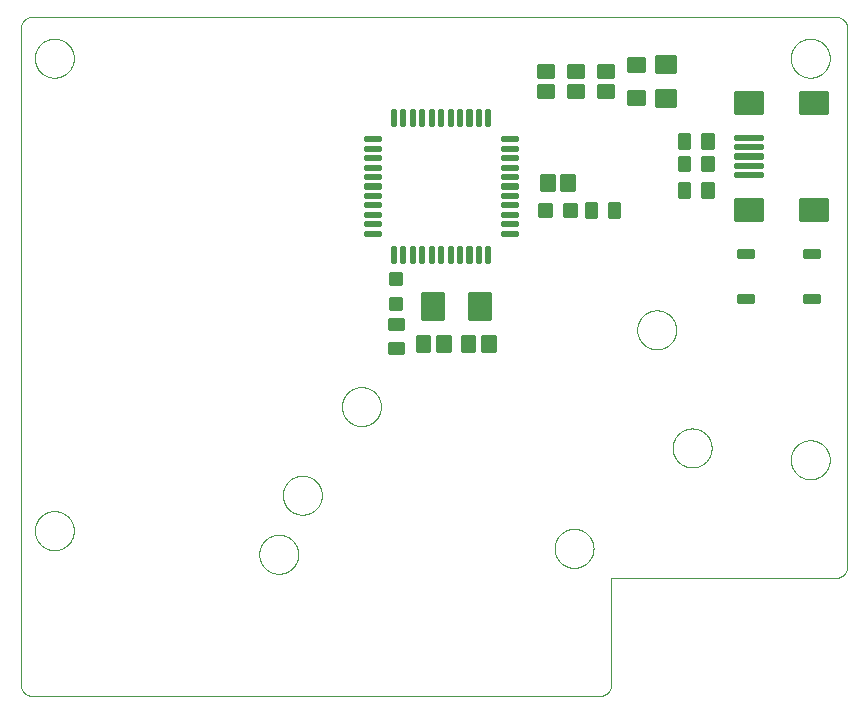
<source format=gbp>
G75*
%MOIN*%
%OFA0B0*%
%FSLAX25Y25*%
%IPPOS*%
%LPD*%
%AMOC8*
5,1,8,0,0,1.08239X$1,22.5*
%
%ADD10C,0.00000*%
%ADD11C,0.01602*%
%ADD12C,0.01575*%
%ADD13C,0.01587*%
%ADD14C,0.01598*%
%ADD15C,0.01594*%
%ADD16C,0.01606*%
%ADD17C,0.01590*%
D10*
X0005437Y0001500D02*
X0194413Y0001500D01*
X0194537Y0001502D01*
X0194660Y0001508D01*
X0194784Y0001517D01*
X0194906Y0001531D01*
X0195029Y0001548D01*
X0195151Y0001570D01*
X0195272Y0001595D01*
X0195392Y0001624D01*
X0195511Y0001656D01*
X0195630Y0001693D01*
X0195747Y0001733D01*
X0195862Y0001776D01*
X0195977Y0001824D01*
X0196089Y0001875D01*
X0196200Y0001929D01*
X0196310Y0001987D01*
X0196417Y0002048D01*
X0196523Y0002113D01*
X0196626Y0002181D01*
X0196727Y0002252D01*
X0196826Y0002326D01*
X0196923Y0002403D01*
X0197017Y0002484D01*
X0197108Y0002567D01*
X0197197Y0002653D01*
X0197283Y0002742D01*
X0197366Y0002833D01*
X0197447Y0002927D01*
X0197524Y0003024D01*
X0197598Y0003123D01*
X0197669Y0003224D01*
X0197737Y0003327D01*
X0197802Y0003433D01*
X0197863Y0003540D01*
X0197921Y0003650D01*
X0197975Y0003761D01*
X0198026Y0003873D01*
X0198074Y0003988D01*
X0198117Y0004103D01*
X0198157Y0004220D01*
X0198194Y0004339D01*
X0198226Y0004458D01*
X0198255Y0004578D01*
X0198280Y0004699D01*
X0198302Y0004821D01*
X0198319Y0004944D01*
X0198333Y0005066D01*
X0198342Y0005190D01*
X0198348Y0005313D01*
X0198350Y0005437D01*
X0198350Y0040870D01*
X0273154Y0040870D01*
X0273278Y0040872D01*
X0273401Y0040878D01*
X0273525Y0040887D01*
X0273647Y0040901D01*
X0273770Y0040918D01*
X0273892Y0040940D01*
X0274013Y0040965D01*
X0274133Y0040994D01*
X0274252Y0041026D01*
X0274371Y0041063D01*
X0274488Y0041103D01*
X0274603Y0041146D01*
X0274718Y0041194D01*
X0274830Y0041245D01*
X0274941Y0041299D01*
X0275051Y0041357D01*
X0275158Y0041418D01*
X0275264Y0041483D01*
X0275367Y0041551D01*
X0275468Y0041622D01*
X0275567Y0041696D01*
X0275664Y0041773D01*
X0275758Y0041854D01*
X0275849Y0041937D01*
X0275938Y0042023D01*
X0276024Y0042112D01*
X0276107Y0042203D01*
X0276188Y0042297D01*
X0276265Y0042394D01*
X0276339Y0042493D01*
X0276410Y0042594D01*
X0276478Y0042697D01*
X0276543Y0042803D01*
X0276604Y0042910D01*
X0276662Y0043020D01*
X0276716Y0043131D01*
X0276767Y0043243D01*
X0276815Y0043358D01*
X0276858Y0043473D01*
X0276898Y0043590D01*
X0276935Y0043709D01*
X0276967Y0043828D01*
X0276996Y0043948D01*
X0277021Y0044069D01*
X0277043Y0044191D01*
X0277060Y0044314D01*
X0277074Y0044436D01*
X0277083Y0044560D01*
X0277089Y0044683D01*
X0277091Y0044807D01*
X0277091Y0223941D01*
X0277089Y0224065D01*
X0277083Y0224188D01*
X0277074Y0224312D01*
X0277060Y0224434D01*
X0277043Y0224557D01*
X0277021Y0224679D01*
X0276996Y0224800D01*
X0276967Y0224920D01*
X0276935Y0225039D01*
X0276898Y0225158D01*
X0276858Y0225275D01*
X0276815Y0225390D01*
X0276767Y0225505D01*
X0276716Y0225617D01*
X0276662Y0225728D01*
X0276604Y0225838D01*
X0276543Y0225945D01*
X0276478Y0226051D01*
X0276410Y0226154D01*
X0276339Y0226255D01*
X0276265Y0226354D01*
X0276188Y0226451D01*
X0276107Y0226545D01*
X0276024Y0226636D01*
X0275938Y0226725D01*
X0275849Y0226811D01*
X0275758Y0226894D01*
X0275664Y0226975D01*
X0275567Y0227052D01*
X0275468Y0227126D01*
X0275367Y0227197D01*
X0275264Y0227265D01*
X0275158Y0227330D01*
X0275051Y0227391D01*
X0274941Y0227449D01*
X0274830Y0227503D01*
X0274718Y0227554D01*
X0274603Y0227602D01*
X0274488Y0227645D01*
X0274371Y0227685D01*
X0274252Y0227722D01*
X0274133Y0227754D01*
X0274013Y0227783D01*
X0273892Y0227808D01*
X0273770Y0227830D01*
X0273647Y0227847D01*
X0273525Y0227861D01*
X0273401Y0227870D01*
X0273278Y0227876D01*
X0273154Y0227878D01*
X0005437Y0227878D01*
X0005313Y0227876D01*
X0005190Y0227870D01*
X0005066Y0227861D01*
X0004944Y0227847D01*
X0004821Y0227830D01*
X0004699Y0227808D01*
X0004578Y0227783D01*
X0004458Y0227754D01*
X0004339Y0227722D01*
X0004220Y0227685D01*
X0004103Y0227645D01*
X0003988Y0227602D01*
X0003873Y0227554D01*
X0003761Y0227503D01*
X0003650Y0227449D01*
X0003540Y0227391D01*
X0003433Y0227330D01*
X0003327Y0227265D01*
X0003224Y0227197D01*
X0003123Y0227126D01*
X0003024Y0227052D01*
X0002927Y0226975D01*
X0002833Y0226894D01*
X0002742Y0226811D01*
X0002653Y0226725D01*
X0002567Y0226636D01*
X0002484Y0226545D01*
X0002403Y0226451D01*
X0002326Y0226354D01*
X0002252Y0226255D01*
X0002181Y0226154D01*
X0002113Y0226051D01*
X0002048Y0225945D01*
X0001987Y0225838D01*
X0001929Y0225728D01*
X0001875Y0225617D01*
X0001824Y0225505D01*
X0001776Y0225390D01*
X0001733Y0225275D01*
X0001693Y0225158D01*
X0001656Y0225039D01*
X0001624Y0224920D01*
X0001595Y0224800D01*
X0001570Y0224679D01*
X0001548Y0224557D01*
X0001531Y0224434D01*
X0001517Y0224312D01*
X0001508Y0224188D01*
X0001502Y0224065D01*
X0001500Y0223941D01*
X0001500Y0005437D01*
X0001502Y0005313D01*
X0001508Y0005190D01*
X0001517Y0005066D01*
X0001531Y0004944D01*
X0001548Y0004821D01*
X0001570Y0004699D01*
X0001595Y0004578D01*
X0001624Y0004458D01*
X0001656Y0004339D01*
X0001693Y0004220D01*
X0001733Y0004103D01*
X0001776Y0003988D01*
X0001824Y0003873D01*
X0001875Y0003761D01*
X0001929Y0003650D01*
X0001987Y0003540D01*
X0002048Y0003433D01*
X0002113Y0003327D01*
X0002181Y0003224D01*
X0002252Y0003123D01*
X0002326Y0003024D01*
X0002403Y0002927D01*
X0002484Y0002833D01*
X0002567Y0002742D01*
X0002653Y0002653D01*
X0002742Y0002567D01*
X0002833Y0002484D01*
X0002927Y0002403D01*
X0003024Y0002326D01*
X0003123Y0002252D01*
X0003224Y0002181D01*
X0003327Y0002113D01*
X0003433Y0002048D01*
X0003540Y0001987D01*
X0003650Y0001929D01*
X0003761Y0001875D01*
X0003873Y0001824D01*
X0003988Y0001776D01*
X0004103Y0001733D01*
X0004220Y0001693D01*
X0004339Y0001656D01*
X0004458Y0001624D01*
X0004578Y0001595D01*
X0004699Y0001570D01*
X0004821Y0001548D01*
X0004944Y0001531D01*
X0005066Y0001517D01*
X0005190Y0001508D01*
X0005313Y0001502D01*
X0005437Y0001500D01*
X0006220Y0056618D02*
X0006222Y0056779D01*
X0006228Y0056939D01*
X0006238Y0057100D01*
X0006252Y0057260D01*
X0006270Y0057420D01*
X0006291Y0057579D01*
X0006317Y0057738D01*
X0006347Y0057896D01*
X0006380Y0058053D01*
X0006418Y0058210D01*
X0006459Y0058365D01*
X0006504Y0058519D01*
X0006553Y0058672D01*
X0006606Y0058824D01*
X0006662Y0058975D01*
X0006723Y0059124D01*
X0006786Y0059272D01*
X0006854Y0059418D01*
X0006925Y0059562D01*
X0006999Y0059704D01*
X0007077Y0059845D01*
X0007159Y0059983D01*
X0007244Y0060120D01*
X0007332Y0060254D01*
X0007424Y0060386D01*
X0007519Y0060516D01*
X0007617Y0060644D01*
X0007718Y0060769D01*
X0007822Y0060891D01*
X0007929Y0061011D01*
X0008039Y0061128D01*
X0008152Y0061243D01*
X0008268Y0061354D01*
X0008387Y0061463D01*
X0008508Y0061568D01*
X0008632Y0061671D01*
X0008758Y0061771D01*
X0008886Y0061867D01*
X0009017Y0061960D01*
X0009151Y0062050D01*
X0009286Y0062137D01*
X0009424Y0062220D01*
X0009563Y0062300D01*
X0009705Y0062376D01*
X0009848Y0062449D01*
X0009993Y0062518D01*
X0010140Y0062584D01*
X0010288Y0062646D01*
X0010438Y0062704D01*
X0010589Y0062759D01*
X0010742Y0062810D01*
X0010896Y0062857D01*
X0011051Y0062900D01*
X0011207Y0062939D01*
X0011363Y0062975D01*
X0011521Y0063006D01*
X0011679Y0063034D01*
X0011838Y0063058D01*
X0011998Y0063078D01*
X0012158Y0063094D01*
X0012318Y0063106D01*
X0012479Y0063114D01*
X0012640Y0063118D01*
X0012800Y0063118D01*
X0012961Y0063114D01*
X0013122Y0063106D01*
X0013282Y0063094D01*
X0013442Y0063078D01*
X0013602Y0063058D01*
X0013761Y0063034D01*
X0013919Y0063006D01*
X0014077Y0062975D01*
X0014233Y0062939D01*
X0014389Y0062900D01*
X0014544Y0062857D01*
X0014698Y0062810D01*
X0014851Y0062759D01*
X0015002Y0062704D01*
X0015152Y0062646D01*
X0015300Y0062584D01*
X0015447Y0062518D01*
X0015592Y0062449D01*
X0015735Y0062376D01*
X0015877Y0062300D01*
X0016016Y0062220D01*
X0016154Y0062137D01*
X0016289Y0062050D01*
X0016423Y0061960D01*
X0016554Y0061867D01*
X0016682Y0061771D01*
X0016808Y0061671D01*
X0016932Y0061568D01*
X0017053Y0061463D01*
X0017172Y0061354D01*
X0017288Y0061243D01*
X0017401Y0061128D01*
X0017511Y0061011D01*
X0017618Y0060891D01*
X0017722Y0060769D01*
X0017823Y0060644D01*
X0017921Y0060516D01*
X0018016Y0060386D01*
X0018108Y0060254D01*
X0018196Y0060120D01*
X0018281Y0059983D01*
X0018363Y0059845D01*
X0018441Y0059704D01*
X0018515Y0059562D01*
X0018586Y0059418D01*
X0018654Y0059272D01*
X0018717Y0059124D01*
X0018778Y0058975D01*
X0018834Y0058824D01*
X0018887Y0058672D01*
X0018936Y0058519D01*
X0018981Y0058365D01*
X0019022Y0058210D01*
X0019060Y0058053D01*
X0019093Y0057896D01*
X0019123Y0057738D01*
X0019149Y0057579D01*
X0019170Y0057420D01*
X0019188Y0057260D01*
X0019202Y0057100D01*
X0019212Y0056939D01*
X0019218Y0056779D01*
X0019220Y0056618D01*
X0019218Y0056457D01*
X0019212Y0056297D01*
X0019202Y0056136D01*
X0019188Y0055976D01*
X0019170Y0055816D01*
X0019149Y0055657D01*
X0019123Y0055498D01*
X0019093Y0055340D01*
X0019060Y0055183D01*
X0019022Y0055026D01*
X0018981Y0054871D01*
X0018936Y0054717D01*
X0018887Y0054564D01*
X0018834Y0054412D01*
X0018778Y0054261D01*
X0018717Y0054112D01*
X0018654Y0053964D01*
X0018586Y0053818D01*
X0018515Y0053674D01*
X0018441Y0053532D01*
X0018363Y0053391D01*
X0018281Y0053253D01*
X0018196Y0053116D01*
X0018108Y0052982D01*
X0018016Y0052850D01*
X0017921Y0052720D01*
X0017823Y0052592D01*
X0017722Y0052467D01*
X0017618Y0052345D01*
X0017511Y0052225D01*
X0017401Y0052108D01*
X0017288Y0051993D01*
X0017172Y0051882D01*
X0017053Y0051773D01*
X0016932Y0051668D01*
X0016808Y0051565D01*
X0016682Y0051465D01*
X0016554Y0051369D01*
X0016423Y0051276D01*
X0016289Y0051186D01*
X0016154Y0051099D01*
X0016016Y0051016D01*
X0015877Y0050936D01*
X0015735Y0050860D01*
X0015592Y0050787D01*
X0015447Y0050718D01*
X0015300Y0050652D01*
X0015152Y0050590D01*
X0015002Y0050532D01*
X0014851Y0050477D01*
X0014698Y0050426D01*
X0014544Y0050379D01*
X0014389Y0050336D01*
X0014233Y0050297D01*
X0014077Y0050261D01*
X0013919Y0050230D01*
X0013761Y0050202D01*
X0013602Y0050178D01*
X0013442Y0050158D01*
X0013282Y0050142D01*
X0013122Y0050130D01*
X0012961Y0050122D01*
X0012800Y0050118D01*
X0012640Y0050118D01*
X0012479Y0050122D01*
X0012318Y0050130D01*
X0012158Y0050142D01*
X0011998Y0050158D01*
X0011838Y0050178D01*
X0011679Y0050202D01*
X0011521Y0050230D01*
X0011363Y0050261D01*
X0011207Y0050297D01*
X0011051Y0050336D01*
X0010896Y0050379D01*
X0010742Y0050426D01*
X0010589Y0050477D01*
X0010438Y0050532D01*
X0010288Y0050590D01*
X0010140Y0050652D01*
X0009993Y0050718D01*
X0009848Y0050787D01*
X0009705Y0050860D01*
X0009563Y0050936D01*
X0009424Y0051016D01*
X0009286Y0051099D01*
X0009151Y0051186D01*
X0009017Y0051276D01*
X0008886Y0051369D01*
X0008758Y0051465D01*
X0008632Y0051565D01*
X0008508Y0051668D01*
X0008387Y0051773D01*
X0008268Y0051882D01*
X0008152Y0051993D01*
X0008039Y0052108D01*
X0007929Y0052225D01*
X0007822Y0052345D01*
X0007718Y0052467D01*
X0007617Y0052592D01*
X0007519Y0052720D01*
X0007424Y0052850D01*
X0007332Y0052982D01*
X0007244Y0053116D01*
X0007159Y0053253D01*
X0007077Y0053391D01*
X0006999Y0053532D01*
X0006925Y0053674D01*
X0006854Y0053818D01*
X0006786Y0053964D01*
X0006723Y0054112D01*
X0006662Y0054261D01*
X0006606Y0054412D01*
X0006553Y0054564D01*
X0006504Y0054717D01*
X0006459Y0054871D01*
X0006418Y0055026D01*
X0006380Y0055183D01*
X0006347Y0055340D01*
X0006317Y0055498D01*
X0006291Y0055657D01*
X0006270Y0055816D01*
X0006252Y0055976D01*
X0006238Y0056136D01*
X0006228Y0056297D01*
X0006222Y0056457D01*
X0006220Y0056618D01*
X0081024Y0048744D02*
X0081026Y0048905D01*
X0081032Y0049065D01*
X0081042Y0049226D01*
X0081056Y0049386D01*
X0081074Y0049546D01*
X0081095Y0049705D01*
X0081121Y0049864D01*
X0081151Y0050022D01*
X0081184Y0050179D01*
X0081222Y0050336D01*
X0081263Y0050491D01*
X0081308Y0050645D01*
X0081357Y0050798D01*
X0081410Y0050950D01*
X0081466Y0051101D01*
X0081527Y0051250D01*
X0081590Y0051398D01*
X0081658Y0051544D01*
X0081729Y0051688D01*
X0081803Y0051830D01*
X0081881Y0051971D01*
X0081963Y0052109D01*
X0082048Y0052246D01*
X0082136Y0052380D01*
X0082228Y0052512D01*
X0082323Y0052642D01*
X0082421Y0052770D01*
X0082522Y0052895D01*
X0082626Y0053017D01*
X0082733Y0053137D01*
X0082843Y0053254D01*
X0082956Y0053369D01*
X0083072Y0053480D01*
X0083191Y0053589D01*
X0083312Y0053694D01*
X0083436Y0053797D01*
X0083562Y0053897D01*
X0083690Y0053993D01*
X0083821Y0054086D01*
X0083955Y0054176D01*
X0084090Y0054263D01*
X0084228Y0054346D01*
X0084367Y0054426D01*
X0084509Y0054502D01*
X0084652Y0054575D01*
X0084797Y0054644D01*
X0084944Y0054710D01*
X0085092Y0054772D01*
X0085242Y0054830D01*
X0085393Y0054885D01*
X0085546Y0054936D01*
X0085700Y0054983D01*
X0085855Y0055026D01*
X0086011Y0055065D01*
X0086167Y0055101D01*
X0086325Y0055132D01*
X0086483Y0055160D01*
X0086642Y0055184D01*
X0086802Y0055204D01*
X0086962Y0055220D01*
X0087122Y0055232D01*
X0087283Y0055240D01*
X0087444Y0055244D01*
X0087604Y0055244D01*
X0087765Y0055240D01*
X0087926Y0055232D01*
X0088086Y0055220D01*
X0088246Y0055204D01*
X0088406Y0055184D01*
X0088565Y0055160D01*
X0088723Y0055132D01*
X0088881Y0055101D01*
X0089037Y0055065D01*
X0089193Y0055026D01*
X0089348Y0054983D01*
X0089502Y0054936D01*
X0089655Y0054885D01*
X0089806Y0054830D01*
X0089956Y0054772D01*
X0090104Y0054710D01*
X0090251Y0054644D01*
X0090396Y0054575D01*
X0090539Y0054502D01*
X0090681Y0054426D01*
X0090820Y0054346D01*
X0090958Y0054263D01*
X0091093Y0054176D01*
X0091227Y0054086D01*
X0091358Y0053993D01*
X0091486Y0053897D01*
X0091612Y0053797D01*
X0091736Y0053694D01*
X0091857Y0053589D01*
X0091976Y0053480D01*
X0092092Y0053369D01*
X0092205Y0053254D01*
X0092315Y0053137D01*
X0092422Y0053017D01*
X0092526Y0052895D01*
X0092627Y0052770D01*
X0092725Y0052642D01*
X0092820Y0052512D01*
X0092912Y0052380D01*
X0093000Y0052246D01*
X0093085Y0052109D01*
X0093167Y0051971D01*
X0093245Y0051830D01*
X0093319Y0051688D01*
X0093390Y0051544D01*
X0093458Y0051398D01*
X0093521Y0051250D01*
X0093582Y0051101D01*
X0093638Y0050950D01*
X0093691Y0050798D01*
X0093740Y0050645D01*
X0093785Y0050491D01*
X0093826Y0050336D01*
X0093864Y0050179D01*
X0093897Y0050022D01*
X0093927Y0049864D01*
X0093953Y0049705D01*
X0093974Y0049546D01*
X0093992Y0049386D01*
X0094006Y0049226D01*
X0094016Y0049065D01*
X0094022Y0048905D01*
X0094024Y0048744D01*
X0094022Y0048583D01*
X0094016Y0048423D01*
X0094006Y0048262D01*
X0093992Y0048102D01*
X0093974Y0047942D01*
X0093953Y0047783D01*
X0093927Y0047624D01*
X0093897Y0047466D01*
X0093864Y0047309D01*
X0093826Y0047152D01*
X0093785Y0046997D01*
X0093740Y0046843D01*
X0093691Y0046690D01*
X0093638Y0046538D01*
X0093582Y0046387D01*
X0093521Y0046238D01*
X0093458Y0046090D01*
X0093390Y0045944D01*
X0093319Y0045800D01*
X0093245Y0045658D01*
X0093167Y0045517D01*
X0093085Y0045379D01*
X0093000Y0045242D01*
X0092912Y0045108D01*
X0092820Y0044976D01*
X0092725Y0044846D01*
X0092627Y0044718D01*
X0092526Y0044593D01*
X0092422Y0044471D01*
X0092315Y0044351D01*
X0092205Y0044234D01*
X0092092Y0044119D01*
X0091976Y0044008D01*
X0091857Y0043899D01*
X0091736Y0043794D01*
X0091612Y0043691D01*
X0091486Y0043591D01*
X0091358Y0043495D01*
X0091227Y0043402D01*
X0091093Y0043312D01*
X0090958Y0043225D01*
X0090820Y0043142D01*
X0090681Y0043062D01*
X0090539Y0042986D01*
X0090396Y0042913D01*
X0090251Y0042844D01*
X0090104Y0042778D01*
X0089956Y0042716D01*
X0089806Y0042658D01*
X0089655Y0042603D01*
X0089502Y0042552D01*
X0089348Y0042505D01*
X0089193Y0042462D01*
X0089037Y0042423D01*
X0088881Y0042387D01*
X0088723Y0042356D01*
X0088565Y0042328D01*
X0088406Y0042304D01*
X0088246Y0042284D01*
X0088086Y0042268D01*
X0087926Y0042256D01*
X0087765Y0042248D01*
X0087604Y0042244D01*
X0087444Y0042244D01*
X0087283Y0042248D01*
X0087122Y0042256D01*
X0086962Y0042268D01*
X0086802Y0042284D01*
X0086642Y0042304D01*
X0086483Y0042328D01*
X0086325Y0042356D01*
X0086167Y0042387D01*
X0086011Y0042423D01*
X0085855Y0042462D01*
X0085700Y0042505D01*
X0085546Y0042552D01*
X0085393Y0042603D01*
X0085242Y0042658D01*
X0085092Y0042716D01*
X0084944Y0042778D01*
X0084797Y0042844D01*
X0084652Y0042913D01*
X0084509Y0042986D01*
X0084367Y0043062D01*
X0084228Y0043142D01*
X0084090Y0043225D01*
X0083955Y0043312D01*
X0083821Y0043402D01*
X0083690Y0043495D01*
X0083562Y0043591D01*
X0083436Y0043691D01*
X0083312Y0043794D01*
X0083191Y0043899D01*
X0083072Y0044008D01*
X0082956Y0044119D01*
X0082843Y0044234D01*
X0082733Y0044351D01*
X0082626Y0044471D01*
X0082522Y0044593D01*
X0082421Y0044718D01*
X0082323Y0044846D01*
X0082228Y0044976D01*
X0082136Y0045108D01*
X0082048Y0045242D01*
X0081963Y0045379D01*
X0081881Y0045517D01*
X0081803Y0045658D01*
X0081729Y0045800D01*
X0081658Y0045944D01*
X0081590Y0046090D01*
X0081527Y0046238D01*
X0081466Y0046387D01*
X0081410Y0046538D01*
X0081357Y0046690D01*
X0081308Y0046843D01*
X0081263Y0046997D01*
X0081222Y0047152D01*
X0081184Y0047309D01*
X0081151Y0047466D01*
X0081121Y0047624D01*
X0081095Y0047783D01*
X0081074Y0047942D01*
X0081056Y0048102D01*
X0081042Y0048262D01*
X0081032Y0048423D01*
X0081026Y0048583D01*
X0081024Y0048744D01*
X0088898Y0068429D02*
X0088900Y0068590D01*
X0088906Y0068750D01*
X0088916Y0068911D01*
X0088930Y0069071D01*
X0088948Y0069231D01*
X0088969Y0069390D01*
X0088995Y0069549D01*
X0089025Y0069707D01*
X0089058Y0069864D01*
X0089096Y0070021D01*
X0089137Y0070176D01*
X0089182Y0070330D01*
X0089231Y0070483D01*
X0089284Y0070635D01*
X0089340Y0070786D01*
X0089401Y0070935D01*
X0089464Y0071083D01*
X0089532Y0071229D01*
X0089603Y0071373D01*
X0089677Y0071515D01*
X0089755Y0071656D01*
X0089837Y0071794D01*
X0089922Y0071931D01*
X0090010Y0072065D01*
X0090102Y0072197D01*
X0090197Y0072327D01*
X0090295Y0072455D01*
X0090396Y0072580D01*
X0090500Y0072702D01*
X0090607Y0072822D01*
X0090717Y0072939D01*
X0090830Y0073054D01*
X0090946Y0073165D01*
X0091065Y0073274D01*
X0091186Y0073379D01*
X0091310Y0073482D01*
X0091436Y0073582D01*
X0091564Y0073678D01*
X0091695Y0073771D01*
X0091829Y0073861D01*
X0091964Y0073948D01*
X0092102Y0074031D01*
X0092241Y0074111D01*
X0092383Y0074187D01*
X0092526Y0074260D01*
X0092671Y0074329D01*
X0092818Y0074395D01*
X0092966Y0074457D01*
X0093116Y0074515D01*
X0093267Y0074570D01*
X0093420Y0074621D01*
X0093574Y0074668D01*
X0093729Y0074711D01*
X0093885Y0074750D01*
X0094041Y0074786D01*
X0094199Y0074817D01*
X0094357Y0074845D01*
X0094516Y0074869D01*
X0094676Y0074889D01*
X0094836Y0074905D01*
X0094996Y0074917D01*
X0095157Y0074925D01*
X0095318Y0074929D01*
X0095478Y0074929D01*
X0095639Y0074925D01*
X0095800Y0074917D01*
X0095960Y0074905D01*
X0096120Y0074889D01*
X0096280Y0074869D01*
X0096439Y0074845D01*
X0096597Y0074817D01*
X0096755Y0074786D01*
X0096911Y0074750D01*
X0097067Y0074711D01*
X0097222Y0074668D01*
X0097376Y0074621D01*
X0097529Y0074570D01*
X0097680Y0074515D01*
X0097830Y0074457D01*
X0097978Y0074395D01*
X0098125Y0074329D01*
X0098270Y0074260D01*
X0098413Y0074187D01*
X0098555Y0074111D01*
X0098694Y0074031D01*
X0098832Y0073948D01*
X0098967Y0073861D01*
X0099101Y0073771D01*
X0099232Y0073678D01*
X0099360Y0073582D01*
X0099486Y0073482D01*
X0099610Y0073379D01*
X0099731Y0073274D01*
X0099850Y0073165D01*
X0099966Y0073054D01*
X0100079Y0072939D01*
X0100189Y0072822D01*
X0100296Y0072702D01*
X0100400Y0072580D01*
X0100501Y0072455D01*
X0100599Y0072327D01*
X0100694Y0072197D01*
X0100786Y0072065D01*
X0100874Y0071931D01*
X0100959Y0071794D01*
X0101041Y0071656D01*
X0101119Y0071515D01*
X0101193Y0071373D01*
X0101264Y0071229D01*
X0101332Y0071083D01*
X0101395Y0070935D01*
X0101456Y0070786D01*
X0101512Y0070635D01*
X0101565Y0070483D01*
X0101614Y0070330D01*
X0101659Y0070176D01*
X0101700Y0070021D01*
X0101738Y0069864D01*
X0101771Y0069707D01*
X0101801Y0069549D01*
X0101827Y0069390D01*
X0101848Y0069231D01*
X0101866Y0069071D01*
X0101880Y0068911D01*
X0101890Y0068750D01*
X0101896Y0068590D01*
X0101898Y0068429D01*
X0101896Y0068268D01*
X0101890Y0068108D01*
X0101880Y0067947D01*
X0101866Y0067787D01*
X0101848Y0067627D01*
X0101827Y0067468D01*
X0101801Y0067309D01*
X0101771Y0067151D01*
X0101738Y0066994D01*
X0101700Y0066837D01*
X0101659Y0066682D01*
X0101614Y0066528D01*
X0101565Y0066375D01*
X0101512Y0066223D01*
X0101456Y0066072D01*
X0101395Y0065923D01*
X0101332Y0065775D01*
X0101264Y0065629D01*
X0101193Y0065485D01*
X0101119Y0065343D01*
X0101041Y0065202D01*
X0100959Y0065064D01*
X0100874Y0064927D01*
X0100786Y0064793D01*
X0100694Y0064661D01*
X0100599Y0064531D01*
X0100501Y0064403D01*
X0100400Y0064278D01*
X0100296Y0064156D01*
X0100189Y0064036D01*
X0100079Y0063919D01*
X0099966Y0063804D01*
X0099850Y0063693D01*
X0099731Y0063584D01*
X0099610Y0063479D01*
X0099486Y0063376D01*
X0099360Y0063276D01*
X0099232Y0063180D01*
X0099101Y0063087D01*
X0098967Y0062997D01*
X0098832Y0062910D01*
X0098694Y0062827D01*
X0098555Y0062747D01*
X0098413Y0062671D01*
X0098270Y0062598D01*
X0098125Y0062529D01*
X0097978Y0062463D01*
X0097830Y0062401D01*
X0097680Y0062343D01*
X0097529Y0062288D01*
X0097376Y0062237D01*
X0097222Y0062190D01*
X0097067Y0062147D01*
X0096911Y0062108D01*
X0096755Y0062072D01*
X0096597Y0062041D01*
X0096439Y0062013D01*
X0096280Y0061989D01*
X0096120Y0061969D01*
X0095960Y0061953D01*
X0095800Y0061941D01*
X0095639Y0061933D01*
X0095478Y0061929D01*
X0095318Y0061929D01*
X0095157Y0061933D01*
X0094996Y0061941D01*
X0094836Y0061953D01*
X0094676Y0061969D01*
X0094516Y0061989D01*
X0094357Y0062013D01*
X0094199Y0062041D01*
X0094041Y0062072D01*
X0093885Y0062108D01*
X0093729Y0062147D01*
X0093574Y0062190D01*
X0093420Y0062237D01*
X0093267Y0062288D01*
X0093116Y0062343D01*
X0092966Y0062401D01*
X0092818Y0062463D01*
X0092671Y0062529D01*
X0092526Y0062598D01*
X0092383Y0062671D01*
X0092241Y0062747D01*
X0092102Y0062827D01*
X0091964Y0062910D01*
X0091829Y0062997D01*
X0091695Y0063087D01*
X0091564Y0063180D01*
X0091436Y0063276D01*
X0091310Y0063376D01*
X0091186Y0063479D01*
X0091065Y0063584D01*
X0090946Y0063693D01*
X0090830Y0063804D01*
X0090717Y0063919D01*
X0090607Y0064036D01*
X0090500Y0064156D01*
X0090396Y0064278D01*
X0090295Y0064403D01*
X0090197Y0064531D01*
X0090102Y0064661D01*
X0090010Y0064793D01*
X0089922Y0064927D01*
X0089837Y0065064D01*
X0089755Y0065202D01*
X0089677Y0065343D01*
X0089603Y0065485D01*
X0089532Y0065629D01*
X0089464Y0065775D01*
X0089401Y0065923D01*
X0089340Y0066072D01*
X0089284Y0066223D01*
X0089231Y0066375D01*
X0089182Y0066528D01*
X0089137Y0066682D01*
X0089096Y0066837D01*
X0089058Y0066994D01*
X0089025Y0067151D01*
X0088995Y0067309D01*
X0088969Y0067468D01*
X0088948Y0067627D01*
X0088930Y0067787D01*
X0088916Y0067947D01*
X0088906Y0068108D01*
X0088900Y0068268D01*
X0088898Y0068429D01*
X0108583Y0097957D02*
X0108585Y0098118D01*
X0108591Y0098278D01*
X0108601Y0098439D01*
X0108615Y0098599D01*
X0108633Y0098759D01*
X0108654Y0098918D01*
X0108680Y0099077D01*
X0108710Y0099235D01*
X0108743Y0099392D01*
X0108781Y0099549D01*
X0108822Y0099704D01*
X0108867Y0099858D01*
X0108916Y0100011D01*
X0108969Y0100163D01*
X0109025Y0100314D01*
X0109086Y0100463D01*
X0109149Y0100611D01*
X0109217Y0100757D01*
X0109288Y0100901D01*
X0109362Y0101043D01*
X0109440Y0101184D01*
X0109522Y0101322D01*
X0109607Y0101459D01*
X0109695Y0101593D01*
X0109787Y0101725D01*
X0109882Y0101855D01*
X0109980Y0101983D01*
X0110081Y0102108D01*
X0110185Y0102230D01*
X0110292Y0102350D01*
X0110402Y0102467D01*
X0110515Y0102582D01*
X0110631Y0102693D01*
X0110750Y0102802D01*
X0110871Y0102907D01*
X0110995Y0103010D01*
X0111121Y0103110D01*
X0111249Y0103206D01*
X0111380Y0103299D01*
X0111514Y0103389D01*
X0111649Y0103476D01*
X0111787Y0103559D01*
X0111926Y0103639D01*
X0112068Y0103715D01*
X0112211Y0103788D01*
X0112356Y0103857D01*
X0112503Y0103923D01*
X0112651Y0103985D01*
X0112801Y0104043D01*
X0112952Y0104098D01*
X0113105Y0104149D01*
X0113259Y0104196D01*
X0113414Y0104239D01*
X0113570Y0104278D01*
X0113726Y0104314D01*
X0113884Y0104345D01*
X0114042Y0104373D01*
X0114201Y0104397D01*
X0114361Y0104417D01*
X0114521Y0104433D01*
X0114681Y0104445D01*
X0114842Y0104453D01*
X0115003Y0104457D01*
X0115163Y0104457D01*
X0115324Y0104453D01*
X0115485Y0104445D01*
X0115645Y0104433D01*
X0115805Y0104417D01*
X0115965Y0104397D01*
X0116124Y0104373D01*
X0116282Y0104345D01*
X0116440Y0104314D01*
X0116596Y0104278D01*
X0116752Y0104239D01*
X0116907Y0104196D01*
X0117061Y0104149D01*
X0117214Y0104098D01*
X0117365Y0104043D01*
X0117515Y0103985D01*
X0117663Y0103923D01*
X0117810Y0103857D01*
X0117955Y0103788D01*
X0118098Y0103715D01*
X0118240Y0103639D01*
X0118379Y0103559D01*
X0118517Y0103476D01*
X0118652Y0103389D01*
X0118786Y0103299D01*
X0118917Y0103206D01*
X0119045Y0103110D01*
X0119171Y0103010D01*
X0119295Y0102907D01*
X0119416Y0102802D01*
X0119535Y0102693D01*
X0119651Y0102582D01*
X0119764Y0102467D01*
X0119874Y0102350D01*
X0119981Y0102230D01*
X0120085Y0102108D01*
X0120186Y0101983D01*
X0120284Y0101855D01*
X0120379Y0101725D01*
X0120471Y0101593D01*
X0120559Y0101459D01*
X0120644Y0101322D01*
X0120726Y0101184D01*
X0120804Y0101043D01*
X0120878Y0100901D01*
X0120949Y0100757D01*
X0121017Y0100611D01*
X0121080Y0100463D01*
X0121141Y0100314D01*
X0121197Y0100163D01*
X0121250Y0100011D01*
X0121299Y0099858D01*
X0121344Y0099704D01*
X0121385Y0099549D01*
X0121423Y0099392D01*
X0121456Y0099235D01*
X0121486Y0099077D01*
X0121512Y0098918D01*
X0121533Y0098759D01*
X0121551Y0098599D01*
X0121565Y0098439D01*
X0121575Y0098278D01*
X0121581Y0098118D01*
X0121583Y0097957D01*
X0121581Y0097796D01*
X0121575Y0097636D01*
X0121565Y0097475D01*
X0121551Y0097315D01*
X0121533Y0097155D01*
X0121512Y0096996D01*
X0121486Y0096837D01*
X0121456Y0096679D01*
X0121423Y0096522D01*
X0121385Y0096365D01*
X0121344Y0096210D01*
X0121299Y0096056D01*
X0121250Y0095903D01*
X0121197Y0095751D01*
X0121141Y0095600D01*
X0121080Y0095451D01*
X0121017Y0095303D01*
X0120949Y0095157D01*
X0120878Y0095013D01*
X0120804Y0094871D01*
X0120726Y0094730D01*
X0120644Y0094592D01*
X0120559Y0094455D01*
X0120471Y0094321D01*
X0120379Y0094189D01*
X0120284Y0094059D01*
X0120186Y0093931D01*
X0120085Y0093806D01*
X0119981Y0093684D01*
X0119874Y0093564D01*
X0119764Y0093447D01*
X0119651Y0093332D01*
X0119535Y0093221D01*
X0119416Y0093112D01*
X0119295Y0093007D01*
X0119171Y0092904D01*
X0119045Y0092804D01*
X0118917Y0092708D01*
X0118786Y0092615D01*
X0118652Y0092525D01*
X0118517Y0092438D01*
X0118379Y0092355D01*
X0118240Y0092275D01*
X0118098Y0092199D01*
X0117955Y0092126D01*
X0117810Y0092057D01*
X0117663Y0091991D01*
X0117515Y0091929D01*
X0117365Y0091871D01*
X0117214Y0091816D01*
X0117061Y0091765D01*
X0116907Y0091718D01*
X0116752Y0091675D01*
X0116596Y0091636D01*
X0116440Y0091600D01*
X0116282Y0091569D01*
X0116124Y0091541D01*
X0115965Y0091517D01*
X0115805Y0091497D01*
X0115645Y0091481D01*
X0115485Y0091469D01*
X0115324Y0091461D01*
X0115163Y0091457D01*
X0115003Y0091457D01*
X0114842Y0091461D01*
X0114681Y0091469D01*
X0114521Y0091481D01*
X0114361Y0091497D01*
X0114201Y0091517D01*
X0114042Y0091541D01*
X0113884Y0091569D01*
X0113726Y0091600D01*
X0113570Y0091636D01*
X0113414Y0091675D01*
X0113259Y0091718D01*
X0113105Y0091765D01*
X0112952Y0091816D01*
X0112801Y0091871D01*
X0112651Y0091929D01*
X0112503Y0091991D01*
X0112356Y0092057D01*
X0112211Y0092126D01*
X0112068Y0092199D01*
X0111926Y0092275D01*
X0111787Y0092355D01*
X0111649Y0092438D01*
X0111514Y0092525D01*
X0111380Y0092615D01*
X0111249Y0092708D01*
X0111121Y0092804D01*
X0110995Y0092904D01*
X0110871Y0093007D01*
X0110750Y0093112D01*
X0110631Y0093221D01*
X0110515Y0093332D01*
X0110402Y0093447D01*
X0110292Y0093564D01*
X0110185Y0093684D01*
X0110081Y0093806D01*
X0109980Y0093931D01*
X0109882Y0094059D01*
X0109787Y0094189D01*
X0109695Y0094321D01*
X0109607Y0094455D01*
X0109522Y0094592D01*
X0109440Y0094730D01*
X0109362Y0094871D01*
X0109288Y0095013D01*
X0109217Y0095157D01*
X0109149Y0095303D01*
X0109086Y0095451D01*
X0109025Y0095600D01*
X0108969Y0095751D01*
X0108916Y0095903D01*
X0108867Y0096056D01*
X0108822Y0096210D01*
X0108781Y0096365D01*
X0108743Y0096522D01*
X0108710Y0096679D01*
X0108680Y0096837D01*
X0108654Y0096996D01*
X0108633Y0097155D01*
X0108615Y0097315D01*
X0108601Y0097475D01*
X0108591Y0097636D01*
X0108585Y0097796D01*
X0108583Y0097957D01*
X0179449Y0050713D02*
X0179451Y0050874D01*
X0179457Y0051034D01*
X0179467Y0051195D01*
X0179481Y0051355D01*
X0179499Y0051515D01*
X0179520Y0051674D01*
X0179546Y0051833D01*
X0179576Y0051991D01*
X0179609Y0052148D01*
X0179647Y0052305D01*
X0179688Y0052460D01*
X0179733Y0052614D01*
X0179782Y0052767D01*
X0179835Y0052919D01*
X0179891Y0053070D01*
X0179952Y0053219D01*
X0180015Y0053367D01*
X0180083Y0053513D01*
X0180154Y0053657D01*
X0180228Y0053799D01*
X0180306Y0053940D01*
X0180388Y0054078D01*
X0180473Y0054215D01*
X0180561Y0054349D01*
X0180653Y0054481D01*
X0180748Y0054611D01*
X0180846Y0054739D01*
X0180947Y0054864D01*
X0181051Y0054986D01*
X0181158Y0055106D01*
X0181268Y0055223D01*
X0181381Y0055338D01*
X0181497Y0055449D01*
X0181616Y0055558D01*
X0181737Y0055663D01*
X0181861Y0055766D01*
X0181987Y0055866D01*
X0182115Y0055962D01*
X0182246Y0056055D01*
X0182380Y0056145D01*
X0182515Y0056232D01*
X0182653Y0056315D01*
X0182792Y0056395D01*
X0182934Y0056471D01*
X0183077Y0056544D01*
X0183222Y0056613D01*
X0183369Y0056679D01*
X0183517Y0056741D01*
X0183667Y0056799D01*
X0183818Y0056854D01*
X0183971Y0056905D01*
X0184125Y0056952D01*
X0184280Y0056995D01*
X0184436Y0057034D01*
X0184592Y0057070D01*
X0184750Y0057101D01*
X0184908Y0057129D01*
X0185067Y0057153D01*
X0185227Y0057173D01*
X0185387Y0057189D01*
X0185547Y0057201D01*
X0185708Y0057209D01*
X0185869Y0057213D01*
X0186029Y0057213D01*
X0186190Y0057209D01*
X0186351Y0057201D01*
X0186511Y0057189D01*
X0186671Y0057173D01*
X0186831Y0057153D01*
X0186990Y0057129D01*
X0187148Y0057101D01*
X0187306Y0057070D01*
X0187462Y0057034D01*
X0187618Y0056995D01*
X0187773Y0056952D01*
X0187927Y0056905D01*
X0188080Y0056854D01*
X0188231Y0056799D01*
X0188381Y0056741D01*
X0188529Y0056679D01*
X0188676Y0056613D01*
X0188821Y0056544D01*
X0188964Y0056471D01*
X0189106Y0056395D01*
X0189245Y0056315D01*
X0189383Y0056232D01*
X0189518Y0056145D01*
X0189652Y0056055D01*
X0189783Y0055962D01*
X0189911Y0055866D01*
X0190037Y0055766D01*
X0190161Y0055663D01*
X0190282Y0055558D01*
X0190401Y0055449D01*
X0190517Y0055338D01*
X0190630Y0055223D01*
X0190740Y0055106D01*
X0190847Y0054986D01*
X0190951Y0054864D01*
X0191052Y0054739D01*
X0191150Y0054611D01*
X0191245Y0054481D01*
X0191337Y0054349D01*
X0191425Y0054215D01*
X0191510Y0054078D01*
X0191592Y0053940D01*
X0191670Y0053799D01*
X0191744Y0053657D01*
X0191815Y0053513D01*
X0191883Y0053367D01*
X0191946Y0053219D01*
X0192007Y0053070D01*
X0192063Y0052919D01*
X0192116Y0052767D01*
X0192165Y0052614D01*
X0192210Y0052460D01*
X0192251Y0052305D01*
X0192289Y0052148D01*
X0192322Y0051991D01*
X0192352Y0051833D01*
X0192378Y0051674D01*
X0192399Y0051515D01*
X0192417Y0051355D01*
X0192431Y0051195D01*
X0192441Y0051034D01*
X0192447Y0050874D01*
X0192449Y0050713D01*
X0192447Y0050552D01*
X0192441Y0050392D01*
X0192431Y0050231D01*
X0192417Y0050071D01*
X0192399Y0049911D01*
X0192378Y0049752D01*
X0192352Y0049593D01*
X0192322Y0049435D01*
X0192289Y0049278D01*
X0192251Y0049121D01*
X0192210Y0048966D01*
X0192165Y0048812D01*
X0192116Y0048659D01*
X0192063Y0048507D01*
X0192007Y0048356D01*
X0191946Y0048207D01*
X0191883Y0048059D01*
X0191815Y0047913D01*
X0191744Y0047769D01*
X0191670Y0047627D01*
X0191592Y0047486D01*
X0191510Y0047348D01*
X0191425Y0047211D01*
X0191337Y0047077D01*
X0191245Y0046945D01*
X0191150Y0046815D01*
X0191052Y0046687D01*
X0190951Y0046562D01*
X0190847Y0046440D01*
X0190740Y0046320D01*
X0190630Y0046203D01*
X0190517Y0046088D01*
X0190401Y0045977D01*
X0190282Y0045868D01*
X0190161Y0045763D01*
X0190037Y0045660D01*
X0189911Y0045560D01*
X0189783Y0045464D01*
X0189652Y0045371D01*
X0189518Y0045281D01*
X0189383Y0045194D01*
X0189245Y0045111D01*
X0189106Y0045031D01*
X0188964Y0044955D01*
X0188821Y0044882D01*
X0188676Y0044813D01*
X0188529Y0044747D01*
X0188381Y0044685D01*
X0188231Y0044627D01*
X0188080Y0044572D01*
X0187927Y0044521D01*
X0187773Y0044474D01*
X0187618Y0044431D01*
X0187462Y0044392D01*
X0187306Y0044356D01*
X0187148Y0044325D01*
X0186990Y0044297D01*
X0186831Y0044273D01*
X0186671Y0044253D01*
X0186511Y0044237D01*
X0186351Y0044225D01*
X0186190Y0044217D01*
X0186029Y0044213D01*
X0185869Y0044213D01*
X0185708Y0044217D01*
X0185547Y0044225D01*
X0185387Y0044237D01*
X0185227Y0044253D01*
X0185067Y0044273D01*
X0184908Y0044297D01*
X0184750Y0044325D01*
X0184592Y0044356D01*
X0184436Y0044392D01*
X0184280Y0044431D01*
X0184125Y0044474D01*
X0183971Y0044521D01*
X0183818Y0044572D01*
X0183667Y0044627D01*
X0183517Y0044685D01*
X0183369Y0044747D01*
X0183222Y0044813D01*
X0183077Y0044882D01*
X0182934Y0044955D01*
X0182792Y0045031D01*
X0182653Y0045111D01*
X0182515Y0045194D01*
X0182380Y0045281D01*
X0182246Y0045371D01*
X0182115Y0045464D01*
X0181987Y0045560D01*
X0181861Y0045660D01*
X0181737Y0045763D01*
X0181616Y0045868D01*
X0181497Y0045977D01*
X0181381Y0046088D01*
X0181268Y0046203D01*
X0181158Y0046320D01*
X0181051Y0046440D01*
X0180947Y0046562D01*
X0180846Y0046687D01*
X0180748Y0046815D01*
X0180653Y0046945D01*
X0180561Y0047077D01*
X0180473Y0047211D01*
X0180388Y0047348D01*
X0180306Y0047486D01*
X0180228Y0047627D01*
X0180154Y0047769D01*
X0180083Y0047913D01*
X0180015Y0048059D01*
X0179952Y0048207D01*
X0179891Y0048356D01*
X0179835Y0048507D01*
X0179782Y0048659D01*
X0179733Y0048812D01*
X0179688Y0048966D01*
X0179647Y0049121D01*
X0179609Y0049278D01*
X0179576Y0049435D01*
X0179546Y0049593D01*
X0179520Y0049752D01*
X0179499Y0049911D01*
X0179481Y0050071D01*
X0179467Y0050231D01*
X0179457Y0050392D01*
X0179451Y0050552D01*
X0179449Y0050713D01*
X0218819Y0084177D02*
X0218821Y0084338D01*
X0218827Y0084498D01*
X0218837Y0084659D01*
X0218851Y0084819D01*
X0218869Y0084979D01*
X0218890Y0085138D01*
X0218916Y0085297D01*
X0218946Y0085455D01*
X0218979Y0085612D01*
X0219017Y0085769D01*
X0219058Y0085924D01*
X0219103Y0086078D01*
X0219152Y0086231D01*
X0219205Y0086383D01*
X0219261Y0086534D01*
X0219322Y0086683D01*
X0219385Y0086831D01*
X0219453Y0086977D01*
X0219524Y0087121D01*
X0219598Y0087263D01*
X0219676Y0087404D01*
X0219758Y0087542D01*
X0219843Y0087679D01*
X0219931Y0087813D01*
X0220023Y0087945D01*
X0220118Y0088075D01*
X0220216Y0088203D01*
X0220317Y0088328D01*
X0220421Y0088450D01*
X0220528Y0088570D01*
X0220638Y0088687D01*
X0220751Y0088802D01*
X0220867Y0088913D01*
X0220986Y0089022D01*
X0221107Y0089127D01*
X0221231Y0089230D01*
X0221357Y0089330D01*
X0221485Y0089426D01*
X0221616Y0089519D01*
X0221750Y0089609D01*
X0221885Y0089696D01*
X0222023Y0089779D01*
X0222162Y0089859D01*
X0222304Y0089935D01*
X0222447Y0090008D01*
X0222592Y0090077D01*
X0222739Y0090143D01*
X0222887Y0090205D01*
X0223037Y0090263D01*
X0223188Y0090318D01*
X0223341Y0090369D01*
X0223495Y0090416D01*
X0223650Y0090459D01*
X0223806Y0090498D01*
X0223962Y0090534D01*
X0224120Y0090565D01*
X0224278Y0090593D01*
X0224437Y0090617D01*
X0224597Y0090637D01*
X0224757Y0090653D01*
X0224917Y0090665D01*
X0225078Y0090673D01*
X0225239Y0090677D01*
X0225399Y0090677D01*
X0225560Y0090673D01*
X0225721Y0090665D01*
X0225881Y0090653D01*
X0226041Y0090637D01*
X0226201Y0090617D01*
X0226360Y0090593D01*
X0226518Y0090565D01*
X0226676Y0090534D01*
X0226832Y0090498D01*
X0226988Y0090459D01*
X0227143Y0090416D01*
X0227297Y0090369D01*
X0227450Y0090318D01*
X0227601Y0090263D01*
X0227751Y0090205D01*
X0227899Y0090143D01*
X0228046Y0090077D01*
X0228191Y0090008D01*
X0228334Y0089935D01*
X0228476Y0089859D01*
X0228615Y0089779D01*
X0228753Y0089696D01*
X0228888Y0089609D01*
X0229022Y0089519D01*
X0229153Y0089426D01*
X0229281Y0089330D01*
X0229407Y0089230D01*
X0229531Y0089127D01*
X0229652Y0089022D01*
X0229771Y0088913D01*
X0229887Y0088802D01*
X0230000Y0088687D01*
X0230110Y0088570D01*
X0230217Y0088450D01*
X0230321Y0088328D01*
X0230422Y0088203D01*
X0230520Y0088075D01*
X0230615Y0087945D01*
X0230707Y0087813D01*
X0230795Y0087679D01*
X0230880Y0087542D01*
X0230962Y0087404D01*
X0231040Y0087263D01*
X0231114Y0087121D01*
X0231185Y0086977D01*
X0231253Y0086831D01*
X0231316Y0086683D01*
X0231377Y0086534D01*
X0231433Y0086383D01*
X0231486Y0086231D01*
X0231535Y0086078D01*
X0231580Y0085924D01*
X0231621Y0085769D01*
X0231659Y0085612D01*
X0231692Y0085455D01*
X0231722Y0085297D01*
X0231748Y0085138D01*
X0231769Y0084979D01*
X0231787Y0084819D01*
X0231801Y0084659D01*
X0231811Y0084498D01*
X0231817Y0084338D01*
X0231819Y0084177D01*
X0231817Y0084016D01*
X0231811Y0083856D01*
X0231801Y0083695D01*
X0231787Y0083535D01*
X0231769Y0083375D01*
X0231748Y0083216D01*
X0231722Y0083057D01*
X0231692Y0082899D01*
X0231659Y0082742D01*
X0231621Y0082585D01*
X0231580Y0082430D01*
X0231535Y0082276D01*
X0231486Y0082123D01*
X0231433Y0081971D01*
X0231377Y0081820D01*
X0231316Y0081671D01*
X0231253Y0081523D01*
X0231185Y0081377D01*
X0231114Y0081233D01*
X0231040Y0081091D01*
X0230962Y0080950D01*
X0230880Y0080812D01*
X0230795Y0080675D01*
X0230707Y0080541D01*
X0230615Y0080409D01*
X0230520Y0080279D01*
X0230422Y0080151D01*
X0230321Y0080026D01*
X0230217Y0079904D01*
X0230110Y0079784D01*
X0230000Y0079667D01*
X0229887Y0079552D01*
X0229771Y0079441D01*
X0229652Y0079332D01*
X0229531Y0079227D01*
X0229407Y0079124D01*
X0229281Y0079024D01*
X0229153Y0078928D01*
X0229022Y0078835D01*
X0228888Y0078745D01*
X0228753Y0078658D01*
X0228615Y0078575D01*
X0228476Y0078495D01*
X0228334Y0078419D01*
X0228191Y0078346D01*
X0228046Y0078277D01*
X0227899Y0078211D01*
X0227751Y0078149D01*
X0227601Y0078091D01*
X0227450Y0078036D01*
X0227297Y0077985D01*
X0227143Y0077938D01*
X0226988Y0077895D01*
X0226832Y0077856D01*
X0226676Y0077820D01*
X0226518Y0077789D01*
X0226360Y0077761D01*
X0226201Y0077737D01*
X0226041Y0077717D01*
X0225881Y0077701D01*
X0225721Y0077689D01*
X0225560Y0077681D01*
X0225399Y0077677D01*
X0225239Y0077677D01*
X0225078Y0077681D01*
X0224917Y0077689D01*
X0224757Y0077701D01*
X0224597Y0077717D01*
X0224437Y0077737D01*
X0224278Y0077761D01*
X0224120Y0077789D01*
X0223962Y0077820D01*
X0223806Y0077856D01*
X0223650Y0077895D01*
X0223495Y0077938D01*
X0223341Y0077985D01*
X0223188Y0078036D01*
X0223037Y0078091D01*
X0222887Y0078149D01*
X0222739Y0078211D01*
X0222592Y0078277D01*
X0222447Y0078346D01*
X0222304Y0078419D01*
X0222162Y0078495D01*
X0222023Y0078575D01*
X0221885Y0078658D01*
X0221750Y0078745D01*
X0221616Y0078835D01*
X0221485Y0078928D01*
X0221357Y0079024D01*
X0221231Y0079124D01*
X0221107Y0079227D01*
X0220986Y0079332D01*
X0220867Y0079441D01*
X0220751Y0079552D01*
X0220638Y0079667D01*
X0220528Y0079784D01*
X0220421Y0079904D01*
X0220317Y0080026D01*
X0220216Y0080151D01*
X0220118Y0080279D01*
X0220023Y0080409D01*
X0219931Y0080541D01*
X0219843Y0080675D01*
X0219758Y0080812D01*
X0219676Y0080950D01*
X0219598Y0081091D01*
X0219524Y0081233D01*
X0219453Y0081377D01*
X0219385Y0081523D01*
X0219322Y0081671D01*
X0219261Y0081820D01*
X0219205Y0081971D01*
X0219152Y0082123D01*
X0219103Y0082276D01*
X0219058Y0082430D01*
X0219017Y0082585D01*
X0218979Y0082742D01*
X0218946Y0082899D01*
X0218916Y0083057D01*
X0218890Y0083216D01*
X0218869Y0083375D01*
X0218851Y0083535D01*
X0218837Y0083695D01*
X0218827Y0083856D01*
X0218821Y0084016D01*
X0218819Y0084177D01*
X0258189Y0080240D02*
X0258191Y0080401D01*
X0258197Y0080561D01*
X0258207Y0080722D01*
X0258221Y0080882D01*
X0258239Y0081042D01*
X0258260Y0081201D01*
X0258286Y0081360D01*
X0258316Y0081518D01*
X0258349Y0081675D01*
X0258387Y0081832D01*
X0258428Y0081987D01*
X0258473Y0082141D01*
X0258522Y0082294D01*
X0258575Y0082446D01*
X0258631Y0082597D01*
X0258692Y0082746D01*
X0258755Y0082894D01*
X0258823Y0083040D01*
X0258894Y0083184D01*
X0258968Y0083326D01*
X0259046Y0083467D01*
X0259128Y0083605D01*
X0259213Y0083742D01*
X0259301Y0083876D01*
X0259393Y0084008D01*
X0259488Y0084138D01*
X0259586Y0084266D01*
X0259687Y0084391D01*
X0259791Y0084513D01*
X0259898Y0084633D01*
X0260008Y0084750D01*
X0260121Y0084865D01*
X0260237Y0084976D01*
X0260356Y0085085D01*
X0260477Y0085190D01*
X0260601Y0085293D01*
X0260727Y0085393D01*
X0260855Y0085489D01*
X0260986Y0085582D01*
X0261120Y0085672D01*
X0261255Y0085759D01*
X0261393Y0085842D01*
X0261532Y0085922D01*
X0261674Y0085998D01*
X0261817Y0086071D01*
X0261962Y0086140D01*
X0262109Y0086206D01*
X0262257Y0086268D01*
X0262407Y0086326D01*
X0262558Y0086381D01*
X0262711Y0086432D01*
X0262865Y0086479D01*
X0263020Y0086522D01*
X0263176Y0086561D01*
X0263332Y0086597D01*
X0263490Y0086628D01*
X0263648Y0086656D01*
X0263807Y0086680D01*
X0263967Y0086700D01*
X0264127Y0086716D01*
X0264287Y0086728D01*
X0264448Y0086736D01*
X0264609Y0086740D01*
X0264769Y0086740D01*
X0264930Y0086736D01*
X0265091Y0086728D01*
X0265251Y0086716D01*
X0265411Y0086700D01*
X0265571Y0086680D01*
X0265730Y0086656D01*
X0265888Y0086628D01*
X0266046Y0086597D01*
X0266202Y0086561D01*
X0266358Y0086522D01*
X0266513Y0086479D01*
X0266667Y0086432D01*
X0266820Y0086381D01*
X0266971Y0086326D01*
X0267121Y0086268D01*
X0267269Y0086206D01*
X0267416Y0086140D01*
X0267561Y0086071D01*
X0267704Y0085998D01*
X0267846Y0085922D01*
X0267985Y0085842D01*
X0268123Y0085759D01*
X0268258Y0085672D01*
X0268392Y0085582D01*
X0268523Y0085489D01*
X0268651Y0085393D01*
X0268777Y0085293D01*
X0268901Y0085190D01*
X0269022Y0085085D01*
X0269141Y0084976D01*
X0269257Y0084865D01*
X0269370Y0084750D01*
X0269480Y0084633D01*
X0269587Y0084513D01*
X0269691Y0084391D01*
X0269792Y0084266D01*
X0269890Y0084138D01*
X0269985Y0084008D01*
X0270077Y0083876D01*
X0270165Y0083742D01*
X0270250Y0083605D01*
X0270332Y0083467D01*
X0270410Y0083326D01*
X0270484Y0083184D01*
X0270555Y0083040D01*
X0270623Y0082894D01*
X0270686Y0082746D01*
X0270747Y0082597D01*
X0270803Y0082446D01*
X0270856Y0082294D01*
X0270905Y0082141D01*
X0270950Y0081987D01*
X0270991Y0081832D01*
X0271029Y0081675D01*
X0271062Y0081518D01*
X0271092Y0081360D01*
X0271118Y0081201D01*
X0271139Y0081042D01*
X0271157Y0080882D01*
X0271171Y0080722D01*
X0271181Y0080561D01*
X0271187Y0080401D01*
X0271189Y0080240D01*
X0271187Y0080079D01*
X0271181Y0079919D01*
X0271171Y0079758D01*
X0271157Y0079598D01*
X0271139Y0079438D01*
X0271118Y0079279D01*
X0271092Y0079120D01*
X0271062Y0078962D01*
X0271029Y0078805D01*
X0270991Y0078648D01*
X0270950Y0078493D01*
X0270905Y0078339D01*
X0270856Y0078186D01*
X0270803Y0078034D01*
X0270747Y0077883D01*
X0270686Y0077734D01*
X0270623Y0077586D01*
X0270555Y0077440D01*
X0270484Y0077296D01*
X0270410Y0077154D01*
X0270332Y0077013D01*
X0270250Y0076875D01*
X0270165Y0076738D01*
X0270077Y0076604D01*
X0269985Y0076472D01*
X0269890Y0076342D01*
X0269792Y0076214D01*
X0269691Y0076089D01*
X0269587Y0075967D01*
X0269480Y0075847D01*
X0269370Y0075730D01*
X0269257Y0075615D01*
X0269141Y0075504D01*
X0269022Y0075395D01*
X0268901Y0075290D01*
X0268777Y0075187D01*
X0268651Y0075087D01*
X0268523Y0074991D01*
X0268392Y0074898D01*
X0268258Y0074808D01*
X0268123Y0074721D01*
X0267985Y0074638D01*
X0267846Y0074558D01*
X0267704Y0074482D01*
X0267561Y0074409D01*
X0267416Y0074340D01*
X0267269Y0074274D01*
X0267121Y0074212D01*
X0266971Y0074154D01*
X0266820Y0074099D01*
X0266667Y0074048D01*
X0266513Y0074001D01*
X0266358Y0073958D01*
X0266202Y0073919D01*
X0266046Y0073883D01*
X0265888Y0073852D01*
X0265730Y0073824D01*
X0265571Y0073800D01*
X0265411Y0073780D01*
X0265251Y0073764D01*
X0265091Y0073752D01*
X0264930Y0073744D01*
X0264769Y0073740D01*
X0264609Y0073740D01*
X0264448Y0073744D01*
X0264287Y0073752D01*
X0264127Y0073764D01*
X0263967Y0073780D01*
X0263807Y0073800D01*
X0263648Y0073824D01*
X0263490Y0073852D01*
X0263332Y0073883D01*
X0263176Y0073919D01*
X0263020Y0073958D01*
X0262865Y0074001D01*
X0262711Y0074048D01*
X0262558Y0074099D01*
X0262407Y0074154D01*
X0262257Y0074212D01*
X0262109Y0074274D01*
X0261962Y0074340D01*
X0261817Y0074409D01*
X0261674Y0074482D01*
X0261532Y0074558D01*
X0261393Y0074638D01*
X0261255Y0074721D01*
X0261120Y0074808D01*
X0260986Y0074898D01*
X0260855Y0074991D01*
X0260727Y0075087D01*
X0260601Y0075187D01*
X0260477Y0075290D01*
X0260356Y0075395D01*
X0260237Y0075504D01*
X0260121Y0075615D01*
X0260008Y0075730D01*
X0259898Y0075847D01*
X0259791Y0075967D01*
X0259687Y0076089D01*
X0259586Y0076214D01*
X0259488Y0076342D01*
X0259393Y0076472D01*
X0259301Y0076604D01*
X0259213Y0076738D01*
X0259128Y0076875D01*
X0259046Y0077013D01*
X0258968Y0077154D01*
X0258894Y0077296D01*
X0258823Y0077440D01*
X0258755Y0077586D01*
X0258692Y0077734D01*
X0258631Y0077883D01*
X0258575Y0078034D01*
X0258522Y0078186D01*
X0258473Y0078339D01*
X0258428Y0078493D01*
X0258387Y0078648D01*
X0258349Y0078805D01*
X0258316Y0078962D01*
X0258286Y0079120D01*
X0258260Y0079279D01*
X0258239Y0079438D01*
X0258221Y0079598D01*
X0258207Y0079758D01*
X0258197Y0079919D01*
X0258191Y0080079D01*
X0258189Y0080240D01*
X0207008Y0123547D02*
X0207010Y0123708D01*
X0207016Y0123868D01*
X0207026Y0124029D01*
X0207040Y0124189D01*
X0207058Y0124349D01*
X0207079Y0124508D01*
X0207105Y0124667D01*
X0207135Y0124825D01*
X0207168Y0124982D01*
X0207206Y0125139D01*
X0207247Y0125294D01*
X0207292Y0125448D01*
X0207341Y0125601D01*
X0207394Y0125753D01*
X0207450Y0125904D01*
X0207511Y0126053D01*
X0207574Y0126201D01*
X0207642Y0126347D01*
X0207713Y0126491D01*
X0207787Y0126633D01*
X0207865Y0126774D01*
X0207947Y0126912D01*
X0208032Y0127049D01*
X0208120Y0127183D01*
X0208212Y0127315D01*
X0208307Y0127445D01*
X0208405Y0127573D01*
X0208506Y0127698D01*
X0208610Y0127820D01*
X0208717Y0127940D01*
X0208827Y0128057D01*
X0208940Y0128172D01*
X0209056Y0128283D01*
X0209175Y0128392D01*
X0209296Y0128497D01*
X0209420Y0128600D01*
X0209546Y0128700D01*
X0209674Y0128796D01*
X0209805Y0128889D01*
X0209939Y0128979D01*
X0210074Y0129066D01*
X0210212Y0129149D01*
X0210351Y0129229D01*
X0210493Y0129305D01*
X0210636Y0129378D01*
X0210781Y0129447D01*
X0210928Y0129513D01*
X0211076Y0129575D01*
X0211226Y0129633D01*
X0211377Y0129688D01*
X0211530Y0129739D01*
X0211684Y0129786D01*
X0211839Y0129829D01*
X0211995Y0129868D01*
X0212151Y0129904D01*
X0212309Y0129935D01*
X0212467Y0129963D01*
X0212626Y0129987D01*
X0212786Y0130007D01*
X0212946Y0130023D01*
X0213106Y0130035D01*
X0213267Y0130043D01*
X0213428Y0130047D01*
X0213588Y0130047D01*
X0213749Y0130043D01*
X0213910Y0130035D01*
X0214070Y0130023D01*
X0214230Y0130007D01*
X0214390Y0129987D01*
X0214549Y0129963D01*
X0214707Y0129935D01*
X0214865Y0129904D01*
X0215021Y0129868D01*
X0215177Y0129829D01*
X0215332Y0129786D01*
X0215486Y0129739D01*
X0215639Y0129688D01*
X0215790Y0129633D01*
X0215940Y0129575D01*
X0216088Y0129513D01*
X0216235Y0129447D01*
X0216380Y0129378D01*
X0216523Y0129305D01*
X0216665Y0129229D01*
X0216804Y0129149D01*
X0216942Y0129066D01*
X0217077Y0128979D01*
X0217211Y0128889D01*
X0217342Y0128796D01*
X0217470Y0128700D01*
X0217596Y0128600D01*
X0217720Y0128497D01*
X0217841Y0128392D01*
X0217960Y0128283D01*
X0218076Y0128172D01*
X0218189Y0128057D01*
X0218299Y0127940D01*
X0218406Y0127820D01*
X0218510Y0127698D01*
X0218611Y0127573D01*
X0218709Y0127445D01*
X0218804Y0127315D01*
X0218896Y0127183D01*
X0218984Y0127049D01*
X0219069Y0126912D01*
X0219151Y0126774D01*
X0219229Y0126633D01*
X0219303Y0126491D01*
X0219374Y0126347D01*
X0219442Y0126201D01*
X0219505Y0126053D01*
X0219566Y0125904D01*
X0219622Y0125753D01*
X0219675Y0125601D01*
X0219724Y0125448D01*
X0219769Y0125294D01*
X0219810Y0125139D01*
X0219848Y0124982D01*
X0219881Y0124825D01*
X0219911Y0124667D01*
X0219937Y0124508D01*
X0219958Y0124349D01*
X0219976Y0124189D01*
X0219990Y0124029D01*
X0220000Y0123868D01*
X0220006Y0123708D01*
X0220008Y0123547D01*
X0220006Y0123386D01*
X0220000Y0123226D01*
X0219990Y0123065D01*
X0219976Y0122905D01*
X0219958Y0122745D01*
X0219937Y0122586D01*
X0219911Y0122427D01*
X0219881Y0122269D01*
X0219848Y0122112D01*
X0219810Y0121955D01*
X0219769Y0121800D01*
X0219724Y0121646D01*
X0219675Y0121493D01*
X0219622Y0121341D01*
X0219566Y0121190D01*
X0219505Y0121041D01*
X0219442Y0120893D01*
X0219374Y0120747D01*
X0219303Y0120603D01*
X0219229Y0120461D01*
X0219151Y0120320D01*
X0219069Y0120182D01*
X0218984Y0120045D01*
X0218896Y0119911D01*
X0218804Y0119779D01*
X0218709Y0119649D01*
X0218611Y0119521D01*
X0218510Y0119396D01*
X0218406Y0119274D01*
X0218299Y0119154D01*
X0218189Y0119037D01*
X0218076Y0118922D01*
X0217960Y0118811D01*
X0217841Y0118702D01*
X0217720Y0118597D01*
X0217596Y0118494D01*
X0217470Y0118394D01*
X0217342Y0118298D01*
X0217211Y0118205D01*
X0217077Y0118115D01*
X0216942Y0118028D01*
X0216804Y0117945D01*
X0216665Y0117865D01*
X0216523Y0117789D01*
X0216380Y0117716D01*
X0216235Y0117647D01*
X0216088Y0117581D01*
X0215940Y0117519D01*
X0215790Y0117461D01*
X0215639Y0117406D01*
X0215486Y0117355D01*
X0215332Y0117308D01*
X0215177Y0117265D01*
X0215021Y0117226D01*
X0214865Y0117190D01*
X0214707Y0117159D01*
X0214549Y0117131D01*
X0214390Y0117107D01*
X0214230Y0117087D01*
X0214070Y0117071D01*
X0213910Y0117059D01*
X0213749Y0117051D01*
X0213588Y0117047D01*
X0213428Y0117047D01*
X0213267Y0117051D01*
X0213106Y0117059D01*
X0212946Y0117071D01*
X0212786Y0117087D01*
X0212626Y0117107D01*
X0212467Y0117131D01*
X0212309Y0117159D01*
X0212151Y0117190D01*
X0211995Y0117226D01*
X0211839Y0117265D01*
X0211684Y0117308D01*
X0211530Y0117355D01*
X0211377Y0117406D01*
X0211226Y0117461D01*
X0211076Y0117519D01*
X0210928Y0117581D01*
X0210781Y0117647D01*
X0210636Y0117716D01*
X0210493Y0117789D01*
X0210351Y0117865D01*
X0210212Y0117945D01*
X0210074Y0118028D01*
X0209939Y0118115D01*
X0209805Y0118205D01*
X0209674Y0118298D01*
X0209546Y0118394D01*
X0209420Y0118494D01*
X0209296Y0118597D01*
X0209175Y0118702D01*
X0209056Y0118811D01*
X0208940Y0118922D01*
X0208827Y0119037D01*
X0208717Y0119154D01*
X0208610Y0119274D01*
X0208506Y0119396D01*
X0208405Y0119521D01*
X0208307Y0119649D01*
X0208212Y0119779D01*
X0208120Y0119911D01*
X0208032Y0120045D01*
X0207947Y0120182D01*
X0207865Y0120320D01*
X0207787Y0120461D01*
X0207713Y0120603D01*
X0207642Y0120747D01*
X0207574Y0120893D01*
X0207511Y0121041D01*
X0207450Y0121190D01*
X0207394Y0121341D01*
X0207341Y0121493D01*
X0207292Y0121646D01*
X0207247Y0121800D01*
X0207206Y0121955D01*
X0207168Y0122112D01*
X0207135Y0122269D01*
X0207105Y0122427D01*
X0207079Y0122586D01*
X0207058Y0122745D01*
X0207040Y0122905D01*
X0207026Y0123065D01*
X0207016Y0123226D01*
X0207010Y0123386D01*
X0207008Y0123547D01*
X0258189Y0214098D02*
X0258191Y0214259D01*
X0258197Y0214419D01*
X0258207Y0214580D01*
X0258221Y0214740D01*
X0258239Y0214900D01*
X0258260Y0215059D01*
X0258286Y0215218D01*
X0258316Y0215376D01*
X0258349Y0215533D01*
X0258387Y0215690D01*
X0258428Y0215845D01*
X0258473Y0215999D01*
X0258522Y0216152D01*
X0258575Y0216304D01*
X0258631Y0216455D01*
X0258692Y0216604D01*
X0258755Y0216752D01*
X0258823Y0216898D01*
X0258894Y0217042D01*
X0258968Y0217184D01*
X0259046Y0217325D01*
X0259128Y0217463D01*
X0259213Y0217600D01*
X0259301Y0217734D01*
X0259393Y0217866D01*
X0259488Y0217996D01*
X0259586Y0218124D01*
X0259687Y0218249D01*
X0259791Y0218371D01*
X0259898Y0218491D01*
X0260008Y0218608D01*
X0260121Y0218723D01*
X0260237Y0218834D01*
X0260356Y0218943D01*
X0260477Y0219048D01*
X0260601Y0219151D01*
X0260727Y0219251D01*
X0260855Y0219347D01*
X0260986Y0219440D01*
X0261120Y0219530D01*
X0261255Y0219617D01*
X0261393Y0219700D01*
X0261532Y0219780D01*
X0261674Y0219856D01*
X0261817Y0219929D01*
X0261962Y0219998D01*
X0262109Y0220064D01*
X0262257Y0220126D01*
X0262407Y0220184D01*
X0262558Y0220239D01*
X0262711Y0220290D01*
X0262865Y0220337D01*
X0263020Y0220380D01*
X0263176Y0220419D01*
X0263332Y0220455D01*
X0263490Y0220486D01*
X0263648Y0220514D01*
X0263807Y0220538D01*
X0263967Y0220558D01*
X0264127Y0220574D01*
X0264287Y0220586D01*
X0264448Y0220594D01*
X0264609Y0220598D01*
X0264769Y0220598D01*
X0264930Y0220594D01*
X0265091Y0220586D01*
X0265251Y0220574D01*
X0265411Y0220558D01*
X0265571Y0220538D01*
X0265730Y0220514D01*
X0265888Y0220486D01*
X0266046Y0220455D01*
X0266202Y0220419D01*
X0266358Y0220380D01*
X0266513Y0220337D01*
X0266667Y0220290D01*
X0266820Y0220239D01*
X0266971Y0220184D01*
X0267121Y0220126D01*
X0267269Y0220064D01*
X0267416Y0219998D01*
X0267561Y0219929D01*
X0267704Y0219856D01*
X0267846Y0219780D01*
X0267985Y0219700D01*
X0268123Y0219617D01*
X0268258Y0219530D01*
X0268392Y0219440D01*
X0268523Y0219347D01*
X0268651Y0219251D01*
X0268777Y0219151D01*
X0268901Y0219048D01*
X0269022Y0218943D01*
X0269141Y0218834D01*
X0269257Y0218723D01*
X0269370Y0218608D01*
X0269480Y0218491D01*
X0269587Y0218371D01*
X0269691Y0218249D01*
X0269792Y0218124D01*
X0269890Y0217996D01*
X0269985Y0217866D01*
X0270077Y0217734D01*
X0270165Y0217600D01*
X0270250Y0217463D01*
X0270332Y0217325D01*
X0270410Y0217184D01*
X0270484Y0217042D01*
X0270555Y0216898D01*
X0270623Y0216752D01*
X0270686Y0216604D01*
X0270747Y0216455D01*
X0270803Y0216304D01*
X0270856Y0216152D01*
X0270905Y0215999D01*
X0270950Y0215845D01*
X0270991Y0215690D01*
X0271029Y0215533D01*
X0271062Y0215376D01*
X0271092Y0215218D01*
X0271118Y0215059D01*
X0271139Y0214900D01*
X0271157Y0214740D01*
X0271171Y0214580D01*
X0271181Y0214419D01*
X0271187Y0214259D01*
X0271189Y0214098D01*
X0271187Y0213937D01*
X0271181Y0213777D01*
X0271171Y0213616D01*
X0271157Y0213456D01*
X0271139Y0213296D01*
X0271118Y0213137D01*
X0271092Y0212978D01*
X0271062Y0212820D01*
X0271029Y0212663D01*
X0270991Y0212506D01*
X0270950Y0212351D01*
X0270905Y0212197D01*
X0270856Y0212044D01*
X0270803Y0211892D01*
X0270747Y0211741D01*
X0270686Y0211592D01*
X0270623Y0211444D01*
X0270555Y0211298D01*
X0270484Y0211154D01*
X0270410Y0211012D01*
X0270332Y0210871D01*
X0270250Y0210733D01*
X0270165Y0210596D01*
X0270077Y0210462D01*
X0269985Y0210330D01*
X0269890Y0210200D01*
X0269792Y0210072D01*
X0269691Y0209947D01*
X0269587Y0209825D01*
X0269480Y0209705D01*
X0269370Y0209588D01*
X0269257Y0209473D01*
X0269141Y0209362D01*
X0269022Y0209253D01*
X0268901Y0209148D01*
X0268777Y0209045D01*
X0268651Y0208945D01*
X0268523Y0208849D01*
X0268392Y0208756D01*
X0268258Y0208666D01*
X0268123Y0208579D01*
X0267985Y0208496D01*
X0267846Y0208416D01*
X0267704Y0208340D01*
X0267561Y0208267D01*
X0267416Y0208198D01*
X0267269Y0208132D01*
X0267121Y0208070D01*
X0266971Y0208012D01*
X0266820Y0207957D01*
X0266667Y0207906D01*
X0266513Y0207859D01*
X0266358Y0207816D01*
X0266202Y0207777D01*
X0266046Y0207741D01*
X0265888Y0207710D01*
X0265730Y0207682D01*
X0265571Y0207658D01*
X0265411Y0207638D01*
X0265251Y0207622D01*
X0265091Y0207610D01*
X0264930Y0207602D01*
X0264769Y0207598D01*
X0264609Y0207598D01*
X0264448Y0207602D01*
X0264287Y0207610D01*
X0264127Y0207622D01*
X0263967Y0207638D01*
X0263807Y0207658D01*
X0263648Y0207682D01*
X0263490Y0207710D01*
X0263332Y0207741D01*
X0263176Y0207777D01*
X0263020Y0207816D01*
X0262865Y0207859D01*
X0262711Y0207906D01*
X0262558Y0207957D01*
X0262407Y0208012D01*
X0262257Y0208070D01*
X0262109Y0208132D01*
X0261962Y0208198D01*
X0261817Y0208267D01*
X0261674Y0208340D01*
X0261532Y0208416D01*
X0261393Y0208496D01*
X0261255Y0208579D01*
X0261120Y0208666D01*
X0260986Y0208756D01*
X0260855Y0208849D01*
X0260727Y0208945D01*
X0260601Y0209045D01*
X0260477Y0209148D01*
X0260356Y0209253D01*
X0260237Y0209362D01*
X0260121Y0209473D01*
X0260008Y0209588D01*
X0259898Y0209705D01*
X0259791Y0209825D01*
X0259687Y0209947D01*
X0259586Y0210072D01*
X0259488Y0210200D01*
X0259393Y0210330D01*
X0259301Y0210462D01*
X0259213Y0210596D01*
X0259128Y0210733D01*
X0259046Y0210871D01*
X0258968Y0211012D01*
X0258894Y0211154D01*
X0258823Y0211298D01*
X0258755Y0211444D01*
X0258692Y0211592D01*
X0258631Y0211741D01*
X0258575Y0211892D01*
X0258522Y0212044D01*
X0258473Y0212197D01*
X0258428Y0212351D01*
X0258387Y0212506D01*
X0258349Y0212663D01*
X0258316Y0212820D01*
X0258286Y0212978D01*
X0258260Y0213137D01*
X0258239Y0213296D01*
X0258221Y0213456D01*
X0258207Y0213616D01*
X0258197Y0213777D01*
X0258191Y0213937D01*
X0258189Y0214098D01*
X0006220Y0214098D02*
X0006222Y0214259D01*
X0006228Y0214419D01*
X0006238Y0214580D01*
X0006252Y0214740D01*
X0006270Y0214900D01*
X0006291Y0215059D01*
X0006317Y0215218D01*
X0006347Y0215376D01*
X0006380Y0215533D01*
X0006418Y0215690D01*
X0006459Y0215845D01*
X0006504Y0215999D01*
X0006553Y0216152D01*
X0006606Y0216304D01*
X0006662Y0216455D01*
X0006723Y0216604D01*
X0006786Y0216752D01*
X0006854Y0216898D01*
X0006925Y0217042D01*
X0006999Y0217184D01*
X0007077Y0217325D01*
X0007159Y0217463D01*
X0007244Y0217600D01*
X0007332Y0217734D01*
X0007424Y0217866D01*
X0007519Y0217996D01*
X0007617Y0218124D01*
X0007718Y0218249D01*
X0007822Y0218371D01*
X0007929Y0218491D01*
X0008039Y0218608D01*
X0008152Y0218723D01*
X0008268Y0218834D01*
X0008387Y0218943D01*
X0008508Y0219048D01*
X0008632Y0219151D01*
X0008758Y0219251D01*
X0008886Y0219347D01*
X0009017Y0219440D01*
X0009151Y0219530D01*
X0009286Y0219617D01*
X0009424Y0219700D01*
X0009563Y0219780D01*
X0009705Y0219856D01*
X0009848Y0219929D01*
X0009993Y0219998D01*
X0010140Y0220064D01*
X0010288Y0220126D01*
X0010438Y0220184D01*
X0010589Y0220239D01*
X0010742Y0220290D01*
X0010896Y0220337D01*
X0011051Y0220380D01*
X0011207Y0220419D01*
X0011363Y0220455D01*
X0011521Y0220486D01*
X0011679Y0220514D01*
X0011838Y0220538D01*
X0011998Y0220558D01*
X0012158Y0220574D01*
X0012318Y0220586D01*
X0012479Y0220594D01*
X0012640Y0220598D01*
X0012800Y0220598D01*
X0012961Y0220594D01*
X0013122Y0220586D01*
X0013282Y0220574D01*
X0013442Y0220558D01*
X0013602Y0220538D01*
X0013761Y0220514D01*
X0013919Y0220486D01*
X0014077Y0220455D01*
X0014233Y0220419D01*
X0014389Y0220380D01*
X0014544Y0220337D01*
X0014698Y0220290D01*
X0014851Y0220239D01*
X0015002Y0220184D01*
X0015152Y0220126D01*
X0015300Y0220064D01*
X0015447Y0219998D01*
X0015592Y0219929D01*
X0015735Y0219856D01*
X0015877Y0219780D01*
X0016016Y0219700D01*
X0016154Y0219617D01*
X0016289Y0219530D01*
X0016423Y0219440D01*
X0016554Y0219347D01*
X0016682Y0219251D01*
X0016808Y0219151D01*
X0016932Y0219048D01*
X0017053Y0218943D01*
X0017172Y0218834D01*
X0017288Y0218723D01*
X0017401Y0218608D01*
X0017511Y0218491D01*
X0017618Y0218371D01*
X0017722Y0218249D01*
X0017823Y0218124D01*
X0017921Y0217996D01*
X0018016Y0217866D01*
X0018108Y0217734D01*
X0018196Y0217600D01*
X0018281Y0217463D01*
X0018363Y0217325D01*
X0018441Y0217184D01*
X0018515Y0217042D01*
X0018586Y0216898D01*
X0018654Y0216752D01*
X0018717Y0216604D01*
X0018778Y0216455D01*
X0018834Y0216304D01*
X0018887Y0216152D01*
X0018936Y0215999D01*
X0018981Y0215845D01*
X0019022Y0215690D01*
X0019060Y0215533D01*
X0019093Y0215376D01*
X0019123Y0215218D01*
X0019149Y0215059D01*
X0019170Y0214900D01*
X0019188Y0214740D01*
X0019202Y0214580D01*
X0019212Y0214419D01*
X0019218Y0214259D01*
X0019220Y0214098D01*
X0019218Y0213937D01*
X0019212Y0213777D01*
X0019202Y0213616D01*
X0019188Y0213456D01*
X0019170Y0213296D01*
X0019149Y0213137D01*
X0019123Y0212978D01*
X0019093Y0212820D01*
X0019060Y0212663D01*
X0019022Y0212506D01*
X0018981Y0212351D01*
X0018936Y0212197D01*
X0018887Y0212044D01*
X0018834Y0211892D01*
X0018778Y0211741D01*
X0018717Y0211592D01*
X0018654Y0211444D01*
X0018586Y0211298D01*
X0018515Y0211154D01*
X0018441Y0211012D01*
X0018363Y0210871D01*
X0018281Y0210733D01*
X0018196Y0210596D01*
X0018108Y0210462D01*
X0018016Y0210330D01*
X0017921Y0210200D01*
X0017823Y0210072D01*
X0017722Y0209947D01*
X0017618Y0209825D01*
X0017511Y0209705D01*
X0017401Y0209588D01*
X0017288Y0209473D01*
X0017172Y0209362D01*
X0017053Y0209253D01*
X0016932Y0209148D01*
X0016808Y0209045D01*
X0016682Y0208945D01*
X0016554Y0208849D01*
X0016423Y0208756D01*
X0016289Y0208666D01*
X0016154Y0208579D01*
X0016016Y0208496D01*
X0015877Y0208416D01*
X0015735Y0208340D01*
X0015592Y0208267D01*
X0015447Y0208198D01*
X0015300Y0208132D01*
X0015152Y0208070D01*
X0015002Y0208012D01*
X0014851Y0207957D01*
X0014698Y0207906D01*
X0014544Y0207859D01*
X0014389Y0207816D01*
X0014233Y0207777D01*
X0014077Y0207741D01*
X0013919Y0207710D01*
X0013761Y0207682D01*
X0013602Y0207658D01*
X0013442Y0207638D01*
X0013282Y0207622D01*
X0013122Y0207610D01*
X0012961Y0207602D01*
X0012800Y0207598D01*
X0012640Y0207598D01*
X0012479Y0207602D01*
X0012318Y0207610D01*
X0012158Y0207622D01*
X0011998Y0207638D01*
X0011838Y0207658D01*
X0011679Y0207682D01*
X0011521Y0207710D01*
X0011363Y0207741D01*
X0011207Y0207777D01*
X0011051Y0207816D01*
X0010896Y0207859D01*
X0010742Y0207906D01*
X0010589Y0207957D01*
X0010438Y0208012D01*
X0010288Y0208070D01*
X0010140Y0208132D01*
X0009993Y0208198D01*
X0009848Y0208267D01*
X0009705Y0208340D01*
X0009563Y0208416D01*
X0009424Y0208496D01*
X0009286Y0208579D01*
X0009151Y0208666D01*
X0009017Y0208756D01*
X0008886Y0208849D01*
X0008758Y0208945D01*
X0008632Y0209045D01*
X0008508Y0209148D01*
X0008387Y0209253D01*
X0008268Y0209362D01*
X0008152Y0209473D01*
X0008039Y0209588D01*
X0007929Y0209705D01*
X0007822Y0209825D01*
X0007718Y0209947D01*
X0007617Y0210072D01*
X0007519Y0210200D01*
X0007424Y0210330D01*
X0007332Y0210462D01*
X0007244Y0210596D01*
X0007159Y0210733D01*
X0007077Y0210871D01*
X0006999Y0211012D01*
X0006925Y0211154D01*
X0006854Y0211298D01*
X0006786Y0211444D01*
X0006723Y0211592D01*
X0006662Y0211741D01*
X0006606Y0211892D01*
X0006553Y0212044D01*
X0006504Y0212197D01*
X0006459Y0212351D01*
X0006418Y0212506D01*
X0006380Y0212663D01*
X0006347Y0212820D01*
X0006317Y0212978D01*
X0006291Y0213137D01*
X0006270Y0213296D01*
X0006252Y0213456D01*
X0006238Y0213616D01*
X0006228Y0213777D01*
X0006222Y0213937D01*
X0006220Y0214098D01*
D11*
X0124545Y0126801D02*
X0124545Y0124073D01*
X0124545Y0126801D02*
X0128455Y0126801D01*
X0128455Y0124073D01*
X0124545Y0124073D01*
X0124545Y0125674D02*
X0128455Y0125674D01*
X0124545Y0118927D02*
X0124545Y0116199D01*
X0124545Y0118927D02*
X0128455Y0118927D01*
X0128455Y0116199D01*
X0124545Y0116199D01*
X0124545Y0117800D02*
X0128455Y0117800D01*
X0190136Y0161514D02*
X0192864Y0161514D01*
X0190136Y0161514D02*
X0190136Y0165424D01*
X0192864Y0165424D01*
X0192864Y0161514D01*
X0192864Y0163115D02*
X0190136Y0163115D01*
X0190136Y0164716D02*
X0192864Y0164716D01*
X0198010Y0161514D02*
X0200738Y0161514D01*
X0198010Y0161514D02*
X0198010Y0165424D01*
X0200738Y0165424D01*
X0200738Y0161514D01*
X0200738Y0163115D02*
X0198010Y0163115D01*
X0198010Y0164716D02*
X0200738Y0164716D01*
X0221199Y0168167D02*
X0223927Y0168167D01*
X0221199Y0168167D02*
X0221199Y0172077D01*
X0223927Y0172077D01*
X0223927Y0168167D01*
X0223927Y0169768D02*
X0221199Y0169768D01*
X0221199Y0171369D02*
X0223927Y0171369D01*
X0229073Y0168167D02*
X0231801Y0168167D01*
X0229073Y0168167D02*
X0229073Y0172077D01*
X0231801Y0172077D01*
X0231801Y0168167D01*
X0231801Y0169768D02*
X0229073Y0169768D01*
X0229073Y0171369D02*
X0231801Y0171369D01*
X0231801Y0180955D02*
X0229073Y0180955D01*
X0231801Y0180955D02*
X0231801Y0177045D01*
X0229073Y0177045D01*
X0229073Y0180955D01*
X0229073Y0178646D02*
X0231801Y0178646D01*
X0231801Y0180247D02*
X0229073Y0180247D01*
X0229073Y0188455D02*
X0231801Y0188455D01*
X0231801Y0184545D01*
X0229073Y0184545D01*
X0229073Y0188455D01*
X0229073Y0186146D02*
X0231801Y0186146D01*
X0231801Y0187747D02*
X0229073Y0187747D01*
X0223927Y0188455D02*
X0221199Y0188455D01*
X0223927Y0188455D02*
X0223927Y0184545D01*
X0221199Y0184545D01*
X0221199Y0188455D01*
X0221199Y0186146D02*
X0223927Y0186146D01*
X0223927Y0187747D02*
X0221199Y0187747D01*
X0221199Y0180955D02*
X0223927Y0180955D01*
X0223927Y0177045D01*
X0221199Y0177045D01*
X0221199Y0180955D01*
X0221199Y0178646D02*
X0223927Y0178646D01*
X0223927Y0180247D02*
X0221199Y0180247D01*
D12*
X0240023Y0166933D02*
X0248291Y0166933D01*
X0248291Y0160633D01*
X0240023Y0160633D01*
X0240023Y0166933D01*
X0240023Y0162207D02*
X0248291Y0162207D01*
X0248291Y0163781D02*
X0240023Y0163781D01*
X0240023Y0165355D02*
X0248291Y0165355D01*
X0248291Y0166929D02*
X0240023Y0166929D01*
X0261677Y0166933D02*
X0269945Y0166933D01*
X0269945Y0160633D01*
X0261677Y0160633D01*
X0261677Y0166933D01*
X0261677Y0162207D02*
X0269945Y0162207D01*
X0269945Y0163781D02*
X0261677Y0163781D01*
X0261677Y0165355D02*
X0269945Y0165355D01*
X0269945Y0166929D02*
X0261677Y0166929D01*
X0261677Y0202367D02*
X0269945Y0202367D01*
X0269945Y0196067D01*
X0261677Y0196067D01*
X0261677Y0202367D01*
X0261677Y0197641D02*
X0269945Y0197641D01*
X0269945Y0199215D02*
X0261677Y0199215D01*
X0261677Y0200789D02*
X0269945Y0200789D01*
X0269945Y0202363D02*
X0261677Y0202363D01*
X0248291Y0202367D02*
X0240023Y0202367D01*
X0248291Y0202367D02*
X0248291Y0196067D01*
X0240023Y0196067D01*
X0240023Y0202367D01*
X0240023Y0197641D02*
X0248291Y0197641D01*
X0248291Y0199215D02*
X0240023Y0199215D01*
X0240023Y0200789D02*
X0248291Y0200789D01*
X0248291Y0202363D02*
X0240023Y0202363D01*
X0219262Y0203264D02*
X0219262Y0198540D01*
X0213738Y0198540D01*
X0213738Y0203264D01*
X0219262Y0203264D01*
X0219262Y0200114D02*
X0213738Y0200114D01*
X0213738Y0201688D02*
X0219262Y0201688D01*
X0219262Y0203262D02*
X0213738Y0203262D01*
X0219262Y0209736D02*
X0219262Y0214460D01*
X0219262Y0209736D02*
X0213738Y0209736D01*
X0213738Y0214460D01*
X0219262Y0214460D01*
X0219262Y0211310D02*
X0213738Y0211310D01*
X0213738Y0212884D02*
X0219262Y0212884D01*
X0219262Y0214458D02*
X0213738Y0214458D01*
X0157524Y0127563D02*
X0151224Y0127563D01*
X0151224Y0135437D01*
X0157524Y0135437D01*
X0157524Y0127563D01*
X0157524Y0129137D02*
X0151224Y0129137D01*
X0151224Y0130711D02*
X0157524Y0130711D01*
X0157524Y0132285D02*
X0151224Y0132285D01*
X0151224Y0133859D02*
X0157524Y0133859D01*
X0157524Y0135433D02*
X0151224Y0135433D01*
X0141776Y0135437D02*
X0135476Y0135437D01*
X0141776Y0135437D02*
X0141776Y0127563D01*
X0135476Y0127563D01*
X0135476Y0135437D01*
X0135476Y0129137D02*
X0141776Y0129137D01*
X0141776Y0130711D02*
X0135476Y0130711D01*
X0135476Y0132285D02*
X0141776Y0132285D01*
X0141776Y0133859D02*
X0135476Y0133859D01*
X0135476Y0135433D02*
X0141776Y0135433D01*
D13*
X0140580Y0116840D02*
X0144112Y0116840D01*
X0140580Y0116840D02*
X0140580Y0121160D01*
X0144112Y0121160D01*
X0144112Y0116840D01*
X0144112Y0118426D02*
X0140580Y0118426D01*
X0140580Y0120012D02*
X0144112Y0120012D01*
X0148888Y0121160D02*
X0152420Y0121160D01*
X0152420Y0116840D01*
X0148888Y0116840D01*
X0148888Y0121160D01*
X0148888Y0118426D02*
X0152420Y0118426D01*
X0152420Y0120012D02*
X0148888Y0120012D01*
X0155580Y0121160D02*
X0159112Y0121160D01*
X0159112Y0116840D01*
X0155580Y0116840D01*
X0155580Y0121160D01*
X0155580Y0118426D02*
X0159112Y0118426D01*
X0159112Y0120012D02*
X0155580Y0120012D01*
X0137420Y0116840D02*
X0133888Y0116840D01*
X0133888Y0121160D01*
X0137420Y0121160D01*
X0137420Y0116840D01*
X0137420Y0118426D02*
X0133888Y0118426D01*
X0133888Y0120012D02*
X0137420Y0120012D01*
X0175325Y0170600D02*
X0178857Y0170600D01*
X0175325Y0170600D02*
X0175325Y0174920D01*
X0178857Y0174920D01*
X0178857Y0170600D01*
X0178857Y0172186D02*
X0175325Y0172186D01*
X0175325Y0173772D02*
X0178857Y0173772D01*
X0182017Y0170600D02*
X0185549Y0170600D01*
X0182017Y0170600D02*
X0182017Y0174920D01*
X0185549Y0174920D01*
X0185549Y0170600D01*
X0185549Y0172186D02*
X0182017Y0172186D01*
X0182017Y0173772D02*
X0185549Y0173772D01*
X0184340Y0201388D02*
X0184340Y0204920D01*
X0188660Y0204920D01*
X0188660Y0201388D01*
X0184340Y0201388D01*
X0184340Y0202974D02*
X0188660Y0202974D01*
X0188660Y0204560D02*
X0184340Y0204560D01*
X0184340Y0208080D02*
X0184340Y0211612D01*
X0188660Y0211612D01*
X0188660Y0208080D01*
X0184340Y0208080D01*
X0184340Y0209666D02*
X0188660Y0209666D01*
X0188660Y0211252D02*
X0184340Y0211252D01*
X0174340Y0211612D02*
X0174340Y0208080D01*
X0174340Y0211612D02*
X0178660Y0211612D01*
X0178660Y0208080D01*
X0174340Y0208080D01*
X0174340Y0209666D02*
X0178660Y0209666D01*
X0178660Y0211252D02*
X0174340Y0211252D01*
X0174340Y0204920D02*
X0174340Y0201388D01*
X0174340Y0204920D02*
X0178660Y0204920D01*
X0178660Y0201388D01*
X0174340Y0201388D01*
X0174340Y0202974D02*
X0178660Y0202974D01*
X0178660Y0204560D02*
X0174340Y0204560D01*
X0194340Y0204920D02*
X0194340Y0201388D01*
X0194340Y0204920D02*
X0198660Y0204920D01*
X0198660Y0201388D01*
X0194340Y0201388D01*
X0194340Y0202974D02*
X0198660Y0202974D01*
X0198660Y0204560D02*
X0194340Y0204560D01*
X0194340Y0208080D02*
X0194340Y0211612D01*
X0198660Y0211612D01*
X0198660Y0208080D01*
X0194340Y0208080D01*
X0194340Y0209666D02*
X0198660Y0209666D01*
X0198660Y0211252D02*
X0194340Y0211252D01*
D14*
X0204150Y0210055D02*
X0208850Y0210055D01*
X0204150Y0210055D02*
X0204150Y0213969D01*
X0208850Y0213969D01*
X0208850Y0210055D01*
X0208850Y0211652D02*
X0204150Y0211652D01*
X0204150Y0213249D02*
X0208850Y0213249D01*
X0208850Y0199031D02*
X0204150Y0199031D01*
X0204150Y0202945D01*
X0208850Y0202945D01*
X0208850Y0199031D01*
X0208850Y0200628D02*
X0204150Y0200628D01*
X0204150Y0202225D02*
X0208850Y0202225D01*
D15*
X0240033Y0187986D02*
X0248281Y0187986D01*
X0248281Y0187612D01*
X0240033Y0187612D01*
X0240033Y0187986D01*
X0240033Y0184837D02*
X0248281Y0184837D01*
X0248281Y0184463D01*
X0240033Y0184463D01*
X0240033Y0184837D01*
X0240033Y0181687D02*
X0248281Y0181687D01*
X0248281Y0181313D01*
X0240033Y0181313D01*
X0240033Y0181687D01*
X0240033Y0178537D02*
X0248281Y0178537D01*
X0248281Y0178163D01*
X0240033Y0178163D01*
X0240033Y0178537D01*
X0240033Y0175388D02*
X0248281Y0175388D01*
X0248281Y0175014D01*
X0240033Y0175014D01*
X0240033Y0175388D01*
X0166491Y0174837D02*
X0162179Y0174837D01*
X0166491Y0174837D02*
X0166491Y0174463D01*
X0162179Y0174463D01*
X0162179Y0174837D01*
X0162179Y0177986D02*
X0166491Y0177986D01*
X0166491Y0177612D01*
X0162179Y0177612D01*
X0162179Y0177986D01*
X0162179Y0181136D02*
X0166491Y0181136D01*
X0166491Y0180762D01*
X0162179Y0180762D01*
X0162179Y0181136D01*
X0162179Y0184285D02*
X0166491Y0184285D01*
X0166491Y0183911D01*
X0162179Y0183911D01*
X0162179Y0184285D01*
X0162179Y0187435D02*
X0166491Y0187435D01*
X0166491Y0187061D01*
X0162179Y0187061D01*
X0162179Y0187435D01*
X0157435Y0196491D02*
X0157061Y0196491D01*
X0157435Y0196491D02*
X0157435Y0192179D01*
X0157061Y0192179D01*
X0157061Y0196491D01*
X0157061Y0193772D02*
X0157435Y0193772D01*
X0157435Y0195365D02*
X0157061Y0195365D01*
X0154285Y0196491D02*
X0153911Y0196491D01*
X0154285Y0196491D02*
X0154285Y0192179D01*
X0153911Y0192179D01*
X0153911Y0196491D01*
X0153911Y0193772D02*
X0154285Y0193772D01*
X0154285Y0195365D02*
X0153911Y0195365D01*
X0151136Y0196491D02*
X0150762Y0196491D01*
X0151136Y0196491D02*
X0151136Y0192179D01*
X0150762Y0192179D01*
X0150762Y0196491D01*
X0150762Y0193772D02*
X0151136Y0193772D01*
X0151136Y0195365D02*
X0150762Y0195365D01*
X0147986Y0196491D02*
X0147612Y0196491D01*
X0147986Y0196491D02*
X0147986Y0192179D01*
X0147612Y0192179D01*
X0147612Y0196491D01*
X0147612Y0193772D02*
X0147986Y0193772D01*
X0147986Y0195365D02*
X0147612Y0195365D01*
X0144837Y0196491D02*
X0144463Y0196491D01*
X0144837Y0196491D02*
X0144837Y0192179D01*
X0144463Y0192179D01*
X0144463Y0196491D01*
X0144463Y0193772D02*
X0144837Y0193772D01*
X0144837Y0195365D02*
X0144463Y0195365D01*
X0141687Y0196491D02*
X0141313Y0196491D01*
X0141687Y0196491D02*
X0141687Y0192179D01*
X0141313Y0192179D01*
X0141313Y0196491D01*
X0141313Y0193772D02*
X0141687Y0193772D01*
X0141687Y0195365D02*
X0141313Y0195365D01*
X0138537Y0196491D02*
X0138163Y0196491D01*
X0138537Y0196491D02*
X0138537Y0192179D01*
X0138163Y0192179D01*
X0138163Y0196491D01*
X0138163Y0193772D02*
X0138537Y0193772D01*
X0138537Y0195365D02*
X0138163Y0195365D01*
X0135388Y0196491D02*
X0135014Y0196491D01*
X0135388Y0196491D02*
X0135388Y0192179D01*
X0135014Y0192179D01*
X0135014Y0196491D01*
X0135014Y0193772D02*
X0135388Y0193772D01*
X0135388Y0195365D02*
X0135014Y0195365D01*
X0132238Y0196491D02*
X0131864Y0196491D01*
X0132238Y0196491D02*
X0132238Y0192179D01*
X0131864Y0192179D01*
X0131864Y0196491D01*
X0131864Y0193772D02*
X0132238Y0193772D01*
X0132238Y0195365D02*
X0131864Y0195365D01*
X0129089Y0196491D02*
X0128715Y0196491D01*
X0129089Y0196491D02*
X0129089Y0192179D01*
X0128715Y0192179D01*
X0128715Y0196491D01*
X0128715Y0193772D02*
X0129089Y0193772D01*
X0129089Y0195365D02*
X0128715Y0195365D01*
X0125939Y0196491D02*
X0125565Y0196491D01*
X0125939Y0196491D02*
X0125939Y0192179D01*
X0125565Y0192179D01*
X0125565Y0196491D01*
X0125565Y0193772D02*
X0125939Y0193772D01*
X0125939Y0195365D02*
X0125565Y0195365D01*
X0120821Y0187435D02*
X0116509Y0187435D01*
X0120821Y0187435D02*
X0120821Y0187061D01*
X0116509Y0187061D01*
X0116509Y0187435D01*
X0116509Y0184285D02*
X0120821Y0184285D01*
X0120821Y0183911D01*
X0116509Y0183911D01*
X0116509Y0184285D01*
X0116509Y0181136D02*
X0120821Y0181136D01*
X0120821Y0180762D01*
X0116509Y0180762D01*
X0116509Y0181136D01*
X0116509Y0177986D02*
X0120821Y0177986D01*
X0120821Y0177612D01*
X0116509Y0177612D01*
X0116509Y0177986D01*
X0116509Y0174837D02*
X0120821Y0174837D01*
X0120821Y0174463D01*
X0116509Y0174463D01*
X0116509Y0174837D01*
X0116509Y0171687D02*
X0120821Y0171687D01*
X0120821Y0171313D01*
X0116509Y0171313D01*
X0116509Y0171687D01*
X0116509Y0168537D02*
X0120821Y0168537D01*
X0120821Y0168163D01*
X0116509Y0168163D01*
X0116509Y0168537D01*
X0116509Y0165388D02*
X0120821Y0165388D01*
X0120821Y0165014D01*
X0116509Y0165014D01*
X0116509Y0165388D01*
X0116509Y0162238D02*
X0120821Y0162238D01*
X0120821Y0161864D01*
X0116509Y0161864D01*
X0116509Y0162238D01*
X0116509Y0159089D02*
X0120821Y0159089D01*
X0120821Y0158715D01*
X0116509Y0158715D01*
X0116509Y0159089D01*
X0116509Y0155939D02*
X0120821Y0155939D01*
X0120821Y0155565D01*
X0116509Y0155565D01*
X0116509Y0155939D01*
X0125565Y0150821D02*
X0125939Y0150821D01*
X0125939Y0146509D01*
X0125565Y0146509D01*
X0125565Y0150821D01*
X0125565Y0148102D02*
X0125939Y0148102D01*
X0125939Y0149695D02*
X0125565Y0149695D01*
X0128715Y0150821D02*
X0129089Y0150821D01*
X0129089Y0146509D01*
X0128715Y0146509D01*
X0128715Y0150821D01*
X0128715Y0148102D02*
X0129089Y0148102D01*
X0129089Y0149695D02*
X0128715Y0149695D01*
X0131864Y0150821D02*
X0132238Y0150821D01*
X0132238Y0146509D01*
X0131864Y0146509D01*
X0131864Y0150821D01*
X0131864Y0148102D02*
X0132238Y0148102D01*
X0132238Y0149695D02*
X0131864Y0149695D01*
X0135014Y0150821D02*
X0135388Y0150821D01*
X0135388Y0146509D01*
X0135014Y0146509D01*
X0135014Y0150821D01*
X0135014Y0148102D02*
X0135388Y0148102D01*
X0135388Y0149695D02*
X0135014Y0149695D01*
X0138163Y0150821D02*
X0138537Y0150821D01*
X0138537Y0146509D01*
X0138163Y0146509D01*
X0138163Y0150821D01*
X0138163Y0148102D02*
X0138537Y0148102D01*
X0138537Y0149695D02*
X0138163Y0149695D01*
X0141313Y0150821D02*
X0141687Y0150821D01*
X0141687Y0146509D01*
X0141313Y0146509D01*
X0141313Y0150821D01*
X0141313Y0148102D02*
X0141687Y0148102D01*
X0141687Y0149695D02*
X0141313Y0149695D01*
X0144463Y0150821D02*
X0144837Y0150821D01*
X0144837Y0146509D01*
X0144463Y0146509D01*
X0144463Y0150821D01*
X0144463Y0148102D02*
X0144837Y0148102D01*
X0144837Y0149695D02*
X0144463Y0149695D01*
X0147612Y0150821D02*
X0147986Y0150821D01*
X0147986Y0146509D01*
X0147612Y0146509D01*
X0147612Y0150821D01*
X0147612Y0148102D02*
X0147986Y0148102D01*
X0147986Y0149695D02*
X0147612Y0149695D01*
X0150762Y0150821D02*
X0151136Y0150821D01*
X0151136Y0146509D01*
X0150762Y0146509D01*
X0150762Y0150821D01*
X0150762Y0148102D02*
X0151136Y0148102D01*
X0151136Y0149695D02*
X0150762Y0149695D01*
X0153911Y0150821D02*
X0154285Y0150821D01*
X0154285Y0146509D01*
X0153911Y0146509D01*
X0153911Y0150821D01*
X0153911Y0148102D02*
X0154285Y0148102D01*
X0154285Y0149695D02*
X0153911Y0149695D01*
X0157061Y0150821D02*
X0157435Y0150821D01*
X0157435Y0146509D01*
X0157061Y0146509D01*
X0157061Y0150821D01*
X0157061Y0148102D02*
X0157435Y0148102D01*
X0157435Y0149695D02*
X0157061Y0149695D01*
X0162179Y0155939D02*
X0166491Y0155939D01*
X0166491Y0155565D01*
X0162179Y0155565D01*
X0162179Y0155939D01*
X0162179Y0159089D02*
X0166491Y0159089D01*
X0166491Y0158715D01*
X0162179Y0158715D01*
X0162179Y0159089D01*
X0162179Y0162238D02*
X0166491Y0162238D01*
X0166491Y0161864D01*
X0162179Y0161864D01*
X0162179Y0162238D01*
X0162179Y0165388D02*
X0166491Y0165388D01*
X0166491Y0165014D01*
X0162179Y0165014D01*
X0162179Y0165388D01*
X0162179Y0168537D02*
X0166491Y0168537D01*
X0166491Y0168163D01*
X0162179Y0168163D01*
X0162179Y0168537D01*
X0162179Y0171687D02*
X0166491Y0171687D01*
X0166491Y0171313D01*
X0162179Y0171313D01*
X0162179Y0171687D01*
D16*
X0174744Y0165028D02*
X0174744Y0161910D01*
X0174744Y0165028D02*
X0177862Y0165028D01*
X0177862Y0161910D01*
X0174744Y0161910D01*
X0174744Y0163515D02*
X0177862Y0163515D01*
X0183012Y0165028D02*
X0183012Y0161910D01*
X0183012Y0165028D02*
X0186130Y0165028D01*
X0186130Y0161910D01*
X0183012Y0161910D01*
X0183012Y0163515D02*
X0186130Y0163515D01*
X0128059Y0142193D02*
X0124941Y0142193D01*
X0128059Y0142193D02*
X0128059Y0139075D01*
X0124941Y0139075D01*
X0124941Y0142193D01*
X0124941Y0140680D02*
X0128059Y0140680D01*
X0128059Y0133925D02*
X0124941Y0133925D01*
X0128059Y0133925D02*
X0128059Y0130807D01*
X0124941Y0130807D01*
X0124941Y0133925D01*
X0124941Y0132412D02*
X0128059Y0132412D01*
D17*
X0240795Y0133295D02*
X0240795Y0134705D01*
X0245205Y0134705D01*
X0245205Y0133295D01*
X0240795Y0133295D01*
X0240795Y0148295D02*
X0240795Y0149705D01*
X0245205Y0149705D01*
X0245205Y0148295D01*
X0240795Y0148295D01*
X0262795Y0148295D02*
X0262795Y0149705D01*
X0267205Y0149705D01*
X0267205Y0148295D01*
X0262795Y0148295D01*
X0262795Y0134705D02*
X0262795Y0133295D01*
X0262795Y0134705D02*
X0267205Y0134705D01*
X0267205Y0133295D01*
X0262795Y0133295D01*
M02*

</source>
